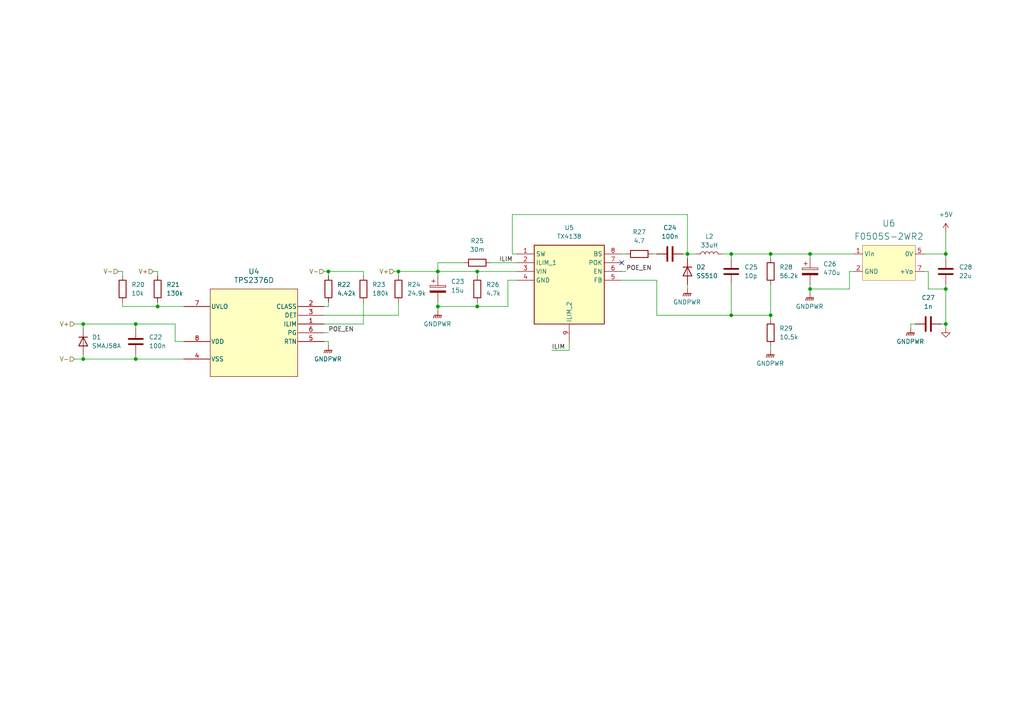
<source format=kicad_sch>
(kicad_sch
	(version 20250114)
	(generator "eeschema")
	(generator_version "9.0")
	(uuid "faf92e66-445c-4c8b-b187-9a041c4753d0")
	(paper "A4")
	(lib_symbols
		(symbol "Device:C"
			(pin_numbers
				(hide yes)
			)
			(pin_names
				(offset 0.254)
			)
			(exclude_from_sim no)
			(in_bom yes)
			(on_board yes)
			(property "Reference" "C"
				(at 0.635 2.54 0)
				(effects
					(font
						(size 1.27 1.27)
					)
					(justify left)
				)
			)
			(property "Value" "C"
				(at 0.635 -2.54 0)
				(effects
					(font
						(size 1.27 1.27)
					)
					(justify left)
				)
			)
			(property "Footprint" ""
				(at 0.9652 -3.81 0)
				(effects
					(font
						(size 1.27 1.27)
					)
					(hide yes)
				)
			)
			(property "Datasheet" "~"
				(at 0 0 0)
				(effects
					(font
						(size 1.27 1.27)
					)
					(hide yes)
				)
			)
			(property "Description" "Unpolarized capacitor"
				(at 0 0 0)
				(effects
					(font
						(size 1.27 1.27)
					)
					(hide yes)
				)
			)
			(property "ki_keywords" "cap capacitor"
				(at 0 0 0)
				(effects
					(font
						(size 1.27 1.27)
					)
					(hide yes)
				)
			)
			(property "ki_fp_filters" "C_*"
				(at 0 0 0)
				(effects
					(font
						(size 1.27 1.27)
					)
					(hide yes)
				)
			)
			(symbol "C_0_1"
				(polyline
					(pts
						(xy -2.032 0.762) (xy 2.032 0.762)
					)
					(stroke
						(width 0.508)
						(type default)
					)
					(fill
						(type none)
					)
				)
				(polyline
					(pts
						(xy -2.032 -0.762) (xy 2.032 -0.762)
					)
					(stroke
						(width 0.508)
						(type default)
					)
					(fill
						(type none)
					)
				)
			)
			(symbol "C_1_1"
				(pin passive line
					(at 0 3.81 270)
					(length 2.794)
					(name "~"
						(effects
							(font
								(size 1.27 1.27)
							)
						)
					)
					(number "1"
						(effects
							(font
								(size 1.27 1.27)
							)
						)
					)
				)
				(pin passive line
					(at 0 -3.81 90)
					(length 2.794)
					(name "~"
						(effects
							(font
								(size 1.27 1.27)
							)
						)
					)
					(number "2"
						(effects
							(font
								(size 1.27 1.27)
							)
						)
					)
				)
			)
			(embedded_fonts no)
		)
		(symbol "Device:C_Polarized"
			(pin_numbers
				(hide yes)
			)
			(pin_names
				(offset 0.254)
			)
			(exclude_from_sim no)
			(in_bom yes)
			(on_board yes)
			(property "Reference" "C"
				(at 0.635 2.54 0)
				(effects
					(font
						(size 1.27 1.27)
					)
					(justify left)
				)
			)
			(property "Value" "C_Polarized"
				(at 0.635 -2.54 0)
				(effects
					(font
						(size 1.27 1.27)
					)
					(justify left)
				)
			)
			(property "Footprint" ""
				(at 0.9652 -3.81 0)
				(effects
					(font
						(size 1.27 1.27)
					)
					(hide yes)
				)
			)
			(property "Datasheet" "~"
				(at 0 0 0)
				(effects
					(font
						(size 1.27 1.27)
					)
					(hide yes)
				)
			)
			(property "Description" "Polarized capacitor"
				(at 0 0 0)
				(effects
					(font
						(size 1.27 1.27)
					)
					(hide yes)
				)
			)
			(property "ki_keywords" "cap capacitor"
				(at 0 0 0)
				(effects
					(font
						(size 1.27 1.27)
					)
					(hide yes)
				)
			)
			(property "ki_fp_filters" "CP_*"
				(at 0 0 0)
				(effects
					(font
						(size 1.27 1.27)
					)
					(hide yes)
				)
			)
			(symbol "C_Polarized_0_1"
				(rectangle
					(start -2.286 0.508)
					(end 2.286 1.016)
					(stroke
						(width 0)
						(type default)
					)
					(fill
						(type none)
					)
				)
				(polyline
					(pts
						(xy -1.778 2.286) (xy -0.762 2.286)
					)
					(stroke
						(width 0)
						(type default)
					)
					(fill
						(type none)
					)
				)
				(polyline
					(pts
						(xy -1.27 2.794) (xy -1.27 1.778)
					)
					(stroke
						(width 0)
						(type default)
					)
					(fill
						(type none)
					)
				)
				(rectangle
					(start 2.286 -0.508)
					(end -2.286 -1.016)
					(stroke
						(width 0)
						(type default)
					)
					(fill
						(type outline)
					)
				)
			)
			(symbol "C_Polarized_1_1"
				(pin passive line
					(at 0 3.81 270)
					(length 2.794)
					(name "~"
						(effects
							(font
								(size 1.27 1.27)
							)
						)
					)
					(number "1"
						(effects
							(font
								(size 1.27 1.27)
							)
						)
					)
				)
				(pin passive line
					(at 0 -3.81 90)
					(length 2.794)
					(name "~"
						(effects
							(font
								(size 1.27 1.27)
							)
						)
					)
					(number "2"
						(effects
							(font
								(size 1.27 1.27)
							)
						)
					)
				)
			)
			(embedded_fonts no)
		)
		(symbol "Device:D"
			(pin_numbers
				(hide yes)
			)
			(pin_names
				(offset 1.016)
				(hide yes)
			)
			(exclude_from_sim no)
			(in_bom yes)
			(on_board yes)
			(property "Reference" "D"
				(at 0 2.54 0)
				(effects
					(font
						(size 1.27 1.27)
					)
				)
			)
			(property "Value" "D"
				(at 0 -2.54 0)
				(effects
					(font
						(size 1.27 1.27)
					)
				)
			)
			(property "Footprint" ""
				(at 0 0 0)
				(effects
					(font
						(size 1.27 1.27)
					)
					(hide yes)
				)
			)
			(property "Datasheet" "~"
				(at 0 0 0)
				(effects
					(font
						(size 1.27 1.27)
					)
					(hide yes)
				)
			)
			(property "Description" "Diode"
				(at 0 0 0)
				(effects
					(font
						(size 1.27 1.27)
					)
					(hide yes)
				)
			)
			(property "Sim.Device" "D"
				(at 0 0 0)
				(effects
					(font
						(size 1.27 1.27)
					)
					(hide yes)
				)
			)
			(property "Sim.Pins" "1=K 2=A"
				(at 0 0 0)
				(effects
					(font
						(size 1.27 1.27)
					)
					(hide yes)
				)
			)
			(property "ki_keywords" "diode"
				(at 0 0 0)
				(effects
					(font
						(size 1.27 1.27)
					)
					(hide yes)
				)
			)
			(property "ki_fp_filters" "TO-???* *_Diode_* *SingleDiode* D_*"
				(at 0 0 0)
				(effects
					(font
						(size 1.27 1.27)
					)
					(hide yes)
				)
			)
			(symbol "D_0_1"
				(polyline
					(pts
						(xy -1.27 1.27) (xy -1.27 -1.27)
					)
					(stroke
						(width 0.254)
						(type default)
					)
					(fill
						(type none)
					)
				)
				(polyline
					(pts
						(xy 1.27 1.27) (xy 1.27 -1.27) (xy -1.27 0) (xy 1.27 1.27)
					)
					(stroke
						(width 0.254)
						(type default)
					)
					(fill
						(type none)
					)
				)
				(polyline
					(pts
						(xy 1.27 0) (xy -1.27 0)
					)
					(stroke
						(width 0)
						(type default)
					)
					(fill
						(type none)
					)
				)
			)
			(symbol "D_1_1"
				(pin passive line
					(at -3.81 0 0)
					(length 2.54)
					(name "K"
						(effects
							(font
								(size 1.27 1.27)
							)
						)
					)
					(number "1"
						(effects
							(font
								(size 1.27 1.27)
							)
						)
					)
				)
				(pin passive line
					(at 3.81 0 180)
					(length 2.54)
					(name "A"
						(effects
							(font
								(size 1.27 1.27)
							)
						)
					)
					(number "2"
						(effects
							(font
								(size 1.27 1.27)
							)
						)
					)
				)
			)
			(embedded_fonts no)
		)
		(symbol "Device:L"
			(pin_numbers
				(hide yes)
			)
			(pin_names
				(offset 1.016)
				(hide yes)
			)
			(exclude_from_sim no)
			(in_bom yes)
			(on_board yes)
			(property "Reference" "L"
				(at -1.27 0 90)
				(effects
					(font
						(size 1.27 1.27)
					)
				)
			)
			(property "Value" "L"
				(at 1.905 0 90)
				(effects
					(font
						(size 1.27 1.27)
					)
				)
			)
			(property "Footprint" ""
				(at 0 0 0)
				(effects
					(font
						(size 1.27 1.27)
					)
					(hide yes)
				)
			)
			(property "Datasheet" "~"
				(at 0 0 0)
				(effects
					(font
						(size 1.27 1.27)
					)
					(hide yes)
				)
			)
			(property "Description" "Inductor"
				(at 0 0 0)
				(effects
					(font
						(size 1.27 1.27)
					)
					(hide yes)
				)
			)
			(property "ki_keywords" "inductor choke coil reactor magnetic"
				(at 0 0 0)
				(effects
					(font
						(size 1.27 1.27)
					)
					(hide yes)
				)
			)
			(property "ki_fp_filters" "Choke_* *Coil* Inductor_* L_*"
				(at 0 0 0)
				(effects
					(font
						(size 1.27 1.27)
					)
					(hide yes)
				)
			)
			(symbol "L_0_1"
				(arc
					(start 0 2.54)
					(mid 0.6323 1.905)
					(end 0 1.27)
					(stroke
						(width 0)
						(type default)
					)
					(fill
						(type none)
					)
				)
				(arc
					(start 0 1.27)
					(mid 0.6323 0.635)
					(end 0 0)
					(stroke
						(width 0)
						(type default)
					)
					(fill
						(type none)
					)
				)
				(arc
					(start 0 0)
					(mid 0.6323 -0.635)
					(end 0 -1.27)
					(stroke
						(width 0)
						(type default)
					)
					(fill
						(type none)
					)
				)
				(arc
					(start 0 -1.27)
					(mid 0.6323 -1.905)
					(end 0 -2.54)
					(stroke
						(width 0)
						(type default)
					)
					(fill
						(type none)
					)
				)
			)
			(symbol "L_1_1"
				(pin passive line
					(at 0 3.81 270)
					(length 1.27)
					(name "1"
						(effects
							(font
								(size 1.27 1.27)
							)
						)
					)
					(number "1"
						(effects
							(font
								(size 1.27 1.27)
							)
						)
					)
				)
				(pin passive line
					(at 0 -3.81 90)
					(length 1.27)
					(name "2"
						(effects
							(font
								(size 1.27 1.27)
							)
						)
					)
					(number "2"
						(effects
							(font
								(size 1.27 1.27)
							)
						)
					)
				)
			)
			(embedded_fonts no)
		)
		(symbol "Device:R"
			(pin_numbers
				(hide yes)
			)
			(pin_names
				(offset 0)
			)
			(exclude_from_sim no)
			(in_bom yes)
			(on_board yes)
			(property "Reference" "R"
				(at 2.032 0 90)
				(effects
					(font
						(size 1.27 1.27)
					)
				)
			)
			(property "Value" "R"
				(at 0 0 90)
				(effects
					(font
						(size 1.27 1.27)
					)
				)
			)
			(property "Footprint" ""
				(at -1.778 0 90)
				(effects
					(font
						(size 1.27 1.27)
					)
					(hide yes)
				)
			)
			(property "Datasheet" "~"
				(at 0 0 0)
				(effects
					(font
						(size 1.27 1.27)
					)
					(hide yes)
				)
			)
			(property "Description" "Resistor"
				(at 0 0 0)
				(effects
					(font
						(size 1.27 1.27)
					)
					(hide yes)
				)
			)
			(property "ki_keywords" "R res resistor"
				(at 0 0 0)
				(effects
					(font
						(size 1.27 1.27)
					)
					(hide yes)
				)
			)
			(property "ki_fp_filters" "R_*"
				(at 0 0 0)
				(effects
					(font
						(size 1.27 1.27)
					)
					(hide yes)
				)
			)
			(symbol "R_0_1"
				(rectangle
					(start -1.016 -2.54)
					(end 1.016 2.54)
					(stroke
						(width 0.254)
						(type default)
					)
					(fill
						(type none)
					)
				)
			)
			(symbol "R_1_1"
				(pin passive line
					(at 0 3.81 270)
					(length 1.27)
					(name "~"
						(effects
							(font
								(size 1.27 1.27)
							)
						)
					)
					(number "1"
						(effects
							(font
								(size 1.27 1.27)
							)
						)
					)
				)
				(pin passive line
					(at 0 -3.81 90)
					(length 1.27)
					(name "~"
						(effects
							(font
								(size 1.27 1.27)
							)
						)
					)
					(number "2"
						(effects
							(font
								(size 1.27 1.27)
							)
						)
					)
				)
			)
			(embedded_fonts no)
		)
		(symbol "Tutor_Common_Parts:F0505S-2WR2"
			(exclude_from_sim no)
			(in_bom yes)
			(on_board yes)
			(property "Reference" "U"
				(at -1.27 1.27 0)
				(effects
					(font
						(size 1.8288 1.8288)
					)
				)
			)
			(property "Value" "F0505S-2WR2"
				(at -1.27 -3.81 0)
				(effects
					(font
						(size 1.8288 1.8288)
					)
					(justify left bottom)
				)
			)
			(property "Footprint" "Tutor_Common_Parts:F0505S-2WR2"
				(at 0 0 0)
				(effects
					(font
						(size 1.27 1.27)
					)
					(hide yes)
				)
			)
			(property "Datasheet" "https://www.mornsun-power.com/html/pdf/F0505S-2WR2.html"
				(at 0 0 0)
				(effects
					(font
						(size 1.27 1.27)
					)
					(hide yes)
				)
			)
			(property "Description" ""
				(at 0 0 0)
				(effects
					(font
						(size 1.27 1.27)
					)
					(hide yes)
				)
			)
			(symbol "F0505S-2WR2_1_0"
				(rectangle
					(start 0 5.08)
					(end -15.24 -5.08)
					(stroke
						(width 0.0254)
						(type solid)
						(color 128 0 0 1)
					)
					(fill
						(type background)
					)
				)
				(pin passive line
					(at -17.78 2.54 0)
					(length 2.54)
					(name "Vin"
						(effects
							(font
								(size 1.27 1.27)
							)
						)
					)
					(number "1"
						(effects
							(font
								(size 1.27 1.27)
							)
						)
					)
				)
				(pin passive line
					(at -17.78 -2.54 0)
					(length 2.54)
					(name "GND"
						(effects
							(font
								(size 1.27 1.27)
							)
						)
					)
					(number "2"
						(effects
							(font
								(size 1.27 1.27)
							)
						)
					)
				)
				(pin passive line
					(at 2.54 2.54 180)
					(length 2.54)
					(name "0V"
						(effects
							(font
								(size 1.27 1.27)
							)
						)
					)
					(number "5"
						(effects
							(font
								(size 1.27 1.27)
							)
						)
					)
				)
				(pin passive line
					(at 2.54 -2.54 180)
					(length 2.54)
					(name "+Vo"
						(effects
							(font
								(size 1.27 1.27)
							)
						)
					)
					(number "7"
						(effects
							(font
								(size 1.27 1.27)
							)
						)
					)
				)
			)
			(embedded_fonts no)
		)
		(symbol "Tutor_Common_Parts:TPS2376D"
			(pin_names
				(offset 0.254)
			)
			(exclude_from_sim no)
			(in_bom yes)
			(on_board yes)
			(property "Reference" "U"
				(at 20.32 10.16 0)
				(effects
					(font
						(size 1.524 1.524)
					)
				)
			)
			(property "Value" "TPS2376D"
				(at 20.32 7.62 0)
				(effects
					(font
						(size 1.524 1.524)
					)
				)
			)
			(property "Footprint" "Package_SO:SOIC-8_3.9x4.9mm_P1.27mm"
				(at 0 0 0)
				(effects
					(font
						(size 1.27 1.27)
						(italic yes)
					)
					(hide yes)
				)
			)
			(property "Datasheet" "https://www.ti.com/lit/ds/symlink/tps2376.pdf?ts=1750104631869"
				(at 0 0 0)
				(effects
					(font
						(size 1.27 1.27)
						(italic yes)
					)
					(hide yes)
				)
			)
			(property "Description" ""
				(at 0 0 0)
				(effects
					(font
						(size 1.27 1.27)
					)
					(hide yes)
				)
			)
			(property "ki_keywords" "TPS2376D"
				(at 0 0 0)
				(effects
					(font
						(size 1.27 1.27)
					)
					(hide yes)
				)
			)
			(property "ki_fp_filters" "D8 D8-M D8-L"
				(at 0 0 0)
				(effects
					(font
						(size 1.27 1.27)
					)
					(hide yes)
				)
			)
			(symbol "TPS2376D_0_1"
				(pin input line
					(at 0 0 0)
					(length 7.62)
					(name "UVLO"
						(effects
							(font
								(size 1.27 1.27)
							)
						)
					)
					(number "7"
						(effects
							(font
								(size 1.27 1.27)
							)
						)
					)
				)
				(pin input line
					(at 0 -10.16 0)
					(length 7.62)
					(name "VDD"
						(effects
							(font
								(size 1.27 1.27)
							)
						)
					)
					(number "8"
						(effects
							(font
								(size 1.27 1.27)
							)
						)
					)
				)
				(pin input line
					(at 0 -15.24 0)
					(length 7.62)
					(name "VSS"
						(effects
							(font
								(size 1.27 1.27)
							)
						)
					)
					(number "4"
						(effects
							(font
								(size 1.27 1.27)
							)
						)
					)
				)
				(pin output line
					(at 40.64 0 180)
					(length 7.62)
					(name "CLASS"
						(effects
							(font
								(size 1.27 1.27)
							)
						)
					)
					(number "2"
						(effects
							(font
								(size 1.27 1.27)
							)
						)
					)
				)
				(pin output line
					(at 40.64 -2.54 180)
					(length 7.62)
					(name "DET"
						(effects
							(font
								(size 1.27 1.27)
							)
						)
					)
					(number "3"
						(effects
							(font
								(size 1.27 1.27)
							)
						)
					)
				)
				(pin output line
					(at 40.64 -5.08 180)
					(length 7.62)
					(name "ILIM"
						(effects
							(font
								(size 1.27 1.27)
							)
						)
					)
					(number "1"
						(effects
							(font
								(size 1.27 1.27)
							)
						)
					)
				)
				(pin output line
					(at 40.64 -7.62 180)
					(length 7.62)
					(name "PG"
						(effects
							(font
								(size 1.27 1.27)
							)
						)
					)
					(number "6"
						(effects
							(font
								(size 1.27 1.27)
							)
						)
					)
				)
				(pin output line
					(at 40.64 -10.16 180)
					(length 7.62)
					(name "RTN"
						(effects
							(font
								(size 1.27 1.27)
							)
						)
					)
					(number "5"
						(effects
							(font
								(size 1.27 1.27)
							)
						)
					)
				)
			)
			(symbol "TPS2376D_1_1"
				(rectangle
					(start 7.62 5.08)
					(end 33.02 -20.32)
					(stroke
						(width 0)
						(type solid)
					)
					(fill
						(type background)
					)
				)
			)
			(embedded_fonts no)
		)
		(symbol "Tutor_Common_Parts:TX4138"
			(exclude_from_sim no)
			(in_bom yes)
			(on_board yes)
			(property "Reference" "U"
				(at 26.67 7.62 0)
				(effects
					(font
						(size 1.27 1.27)
					)
					(justify left top)
				)
			)
			(property "Value" "TX4138"
				(at 26.67 5.08 0)
				(effects
					(font
						(size 1.27 1.27)
					)
					(justify left top)
				)
			)
			(property "Footprint" "Package_SO:SOIC-8_3.9x4.9mm_P1.27mm"
				(at 26.67 -94.92 0)
				(effects
					(font
						(size 1.27 1.27)
					)
					(justify left top)
					(hide yes)
				)
			)
			(property "Datasheet" "https://datasheet.lcsc.com/szlcsc/XDS-TX4138_C329267.pdf"
				(at 26.67 -194.92 0)
				(effects
					(font
						(size 1.27 1.27)
					)
					(justify left top)
					(hide yes)
				)
			)
			(property "Description" "DC-DC Converters Step-Down Adjustable 1 4.5V 60V 0.8V 40V 4A ESOIC-8 RoHS"
				(at 0 0 0)
				(effects
					(font
						(size 1.27 1.27)
					)
					(hide yes)
				)
			)
			(property "Height" "1.65"
				(at 26.67 -394.92 0)
				(effects
					(font
						(size 1.27 1.27)
					)
					(justify left top)
					(hide yes)
				)
			)
			(property "Manufacturer_Name" "XDS"
				(at 26.67 -494.92 0)
				(effects
					(font
						(size 1.27 1.27)
					)
					(justify left top)
					(hide yes)
				)
			)
			(property "Manufacturer_Part_Number" "TX4138"
				(at 26.67 -594.92 0)
				(effects
					(font
						(size 1.27 1.27)
					)
					(justify left top)
					(hide yes)
				)
			)
			(property "Mouser Part Number" ""
				(at 26.67 -694.92 0)
				(effects
					(font
						(size 1.27 1.27)
					)
					(justify left top)
					(hide yes)
				)
			)
			(property "Mouser Price/Stock" ""
				(at 26.67 -794.92 0)
				(effects
					(font
						(size 1.27 1.27)
					)
					(justify left top)
					(hide yes)
				)
			)
			(property "Arrow Part Number" ""
				(at 26.67 -894.92 0)
				(effects
					(font
						(size 1.27 1.27)
					)
					(justify left top)
					(hide yes)
				)
			)
			(property "Arrow Price/Stock" ""
				(at 26.67 -994.92 0)
				(effects
					(font
						(size 1.27 1.27)
					)
					(justify left top)
					(hide yes)
				)
			)
			(symbol "TX4138_1_1"
				(rectangle
					(start 5.08 2.54)
					(end 25.4 -20.32)
					(stroke
						(width 0.254)
						(type default)
					)
					(fill
						(type background)
					)
				)
				(pin passive line
					(at 0 0 0)
					(length 5.08)
					(name "SW"
						(effects
							(font
								(size 1.27 1.27)
							)
						)
					)
					(number "1"
						(effects
							(font
								(size 1.27 1.27)
							)
						)
					)
				)
				(pin passive line
					(at 0 -2.54 0)
					(length 5.08)
					(name "ILIM_1"
						(effects
							(font
								(size 1.27 1.27)
							)
						)
					)
					(number "2"
						(effects
							(font
								(size 1.27 1.27)
							)
						)
					)
				)
				(pin passive line
					(at 0 -5.08 0)
					(length 5.08)
					(name "VIN"
						(effects
							(font
								(size 1.27 1.27)
							)
						)
					)
					(number "3"
						(effects
							(font
								(size 1.27 1.27)
							)
						)
					)
				)
				(pin passive line
					(at 0 -7.62 0)
					(length 5.08)
					(name "GND"
						(effects
							(font
								(size 1.27 1.27)
							)
						)
					)
					(number "4"
						(effects
							(font
								(size 1.27 1.27)
							)
						)
					)
				)
				(pin passive line
					(at 15.24 -25.4 90)
					(length 5.08)
					(name "ILIM_2"
						(effects
							(font
								(size 1.27 1.27)
							)
						)
					)
					(number "9"
						(effects
							(font
								(size 1.27 1.27)
							)
						)
					)
				)
				(pin passive line
					(at 30.48 0 180)
					(length 5.08)
					(name "BS"
						(effects
							(font
								(size 1.27 1.27)
							)
						)
					)
					(number "8"
						(effects
							(font
								(size 1.27 1.27)
							)
						)
					)
				)
				(pin passive line
					(at 30.48 -2.54 180)
					(length 5.08)
					(name "POK"
						(effects
							(font
								(size 1.27 1.27)
							)
						)
					)
					(number "7"
						(effects
							(font
								(size 1.27 1.27)
							)
						)
					)
				)
				(pin passive line
					(at 30.48 -5.08 180)
					(length 5.08)
					(name "EN"
						(effects
							(font
								(size 1.27 1.27)
							)
						)
					)
					(number "6"
						(effects
							(font
								(size 1.27 1.27)
							)
						)
					)
				)
				(pin passive line
					(at 30.48 -7.62 180)
					(length 5.08)
					(name "FB"
						(effects
							(font
								(size 1.27 1.27)
							)
						)
					)
					(number "5"
						(effects
							(font
								(size 1.27 1.27)
							)
						)
					)
				)
			)
			(embedded_fonts no)
		)
		(symbol "power:+5V"
			(power)
			(pin_numbers
				(hide yes)
			)
			(pin_names
				(offset 0)
				(hide yes)
			)
			(exclude_from_sim no)
			(in_bom yes)
			(on_board yes)
			(property "Reference" "#PWR"
				(at 0 -3.81 0)
				(effects
					(font
						(size 1.27 1.27)
					)
					(hide yes)
				)
			)
			(property "Value" "+5V"
				(at 0 3.556 0)
				(effects
					(font
						(size 1.27 1.27)
					)
				)
			)
			(property "Footprint" ""
				(at 0 0 0)
				(effects
					(font
						(size 1.27 1.27)
					)
					(hide yes)
				)
			)
			(property "Datasheet" ""
				(at 0 0 0)
				(effects
					(font
						(size 1.27 1.27)
					)
					(hide yes)
				)
			)
			(property "Description" "Power symbol creates a global label with name \"+5V\""
				(at 0 0 0)
				(effects
					(font
						(size 1.27 1.27)
					)
					(hide yes)
				)
			)
			(property "ki_keywords" "global power"
				(at 0 0 0)
				(effects
					(font
						(size 1.27 1.27)
					)
					(hide yes)
				)
			)
			(symbol "+5V_0_1"
				(polyline
					(pts
						(xy -0.762 1.27) (xy 0 2.54)
					)
					(stroke
						(width 0)
						(type default)
					)
					(fill
						(type none)
					)
				)
				(polyline
					(pts
						(xy 0 2.54) (xy 0.762 1.27)
					)
					(stroke
						(width 0)
						(type default)
					)
					(fill
						(type none)
					)
				)
				(polyline
					(pts
						(xy 0 0) (xy 0 2.54)
					)
					(stroke
						(width 0)
						(type default)
					)
					(fill
						(type none)
					)
				)
			)
			(symbol "+5V_1_1"
				(pin power_in line
					(at 0 0 90)
					(length 0)
					(name "~"
						(effects
							(font
								(size 1.27 1.27)
							)
						)
					)
					(number "1"
						(effects
							(font
								(size 1.27 1.27)
							)
						)
					)
				)
			)
			(embedded_fonts no)
		)
		(symbol "power:GND"
			(power)
			(pin_numbers
				(hide yes)
			)
			(pin_names
				(offset 0)
				(hide yes)
			)
			(exclude_from_sim no)
			(in_bom yes)
			(on_board yes)
			(property "Reference" "#PWR"
				(at 0 -6.35 0)
				(effects
					(font
						(size 1.27 1.27)
					)
					(hide yes)
				)
			)
			(property "Value" "GND"
				(at 0 -3.81 0)
				(effects
					(font
						(size 1.27 1.27)
					)
				)
			)
			(property "Footprint" ""
				(at 0 0 0)
				(effects
					(font
						(size 1.27 1.27)
					)
					(hide yes)
				)
			)
			(property "Datasheet" ""
				(at 0 0 0)
				(effects
					(font
						(size 1.27 1.27)
					)
					(hide yes)
				)
			)
			(property "Description" "Power symbol creates a global label with name \"GND\" , ground"
				(at 0 0 0)
				(effects
					(font
						(size 1.27 1.27)
					)
					(hide yes)
				)
			)
			(property "ki_keywords" "global power"
				(at 0 0 0)
				(effects
					(font
						(size 1.27 1.27)
					)
					(hide yes)
				)
			)
			(symbol "GND_0_1"
				(polyline
					(pts
						(xy 0 0) (xy 0 -1.27) (xy 1.27 -1.27) (xy 0 -2.54) (xy -1.27 -1.27) (xy 0 -1.27)
					)
					(stroke
						(width 0)
						(type default)
					)
					(fill
						(type none)
					)
				)
			)
			(symbol "GND_1_1"
				(pin power_in line
					(at 0 0 270)
					(length 0)
					(name "~"
						(effects
							(font
								(size 1.27 1.27)
							)
						)
					)
					(number "1"
						(effects
							(font
								(size 1.27 1.27)
							)
						)
					)
				)
			)
			(embedded_fonts no)
		)
		(symbol "power:GNDPWR"
			(power)
			(pin_numbers
				(hide yes)
			)
			(pin_names
				(offset 0)
				(hide yes)
			)
			(exclude_from_sim no)
			(in_bom yes)
			(on_board yes)
			(property "Reference" "#PWR"
				(at 0 -5.08 0)
				(effects
					(font
						(size 1.27 1.27)
					)
					(hide yes)
				)
			)
			(property "Value" "GNDPWR"
				(at 0 -3.302 0)
				(effects
					(font
						(size 1.27 1.27)
					)
				)
			)
			(property "Footprint" ""
				(at 0 -1.27 0)
				(effects
					(font
						(size 1.27 1.27)
					)
					(hide yes)
				)
			)
			(property "Datasheet" ""
				(at 0 -1.27 0)
				(effects
					(font
						(size 1.27 1.27)
					)
					(hide yes)
				)
			)
			(property "Description" "Power symbol creates a global label with name \"GNDPWR\" , global ground"
				(at 0 0 0)
				(effects
					(font
						(size 1.27 1.27)
					)
					(hide yes)
				)
			)
			(property "ki_keywords" "global ground"
				(at 0 0 0)
				(effects
					(font
						(size 1.27 1.27)
					)
					(hide yes)
				)
			)
			(symbol "GNDPWR_0_1"
				(polyline
					(pts
						(xy -1.016 -1.27) (xy -1.27 -2.032) (xy -1.27 -2.032)
					)
					(stroke
						(width 0.2032)
						(type default)
					)
					(fill
						(type none)
					)
				)
				(polyline
					(pts
						(xy -0.508 -1.27) (xy -0.762 -2.032) (xy -0.762 -2.032)
					)
					(stroke
						(width 0.2032)
						(type default)
					)
					(fill
						(type none)
					)
				)
				(polyline
					(pts
						(xy 0 -1.27) (xy 0 0)
					)
					(stroke
						(width 0)
						(type default)
					)
					(fill
						(type none)
					)
				)
				(polyline
					(pts
						(xy 0 -1.27) (xy -0.254 -2.032) (xy -0.254 -2.032)
					)
					(stroke
						(width 0.2032)
						(type default)
					)
					(fill
						(type none)
					)
				)
				(polyline
					(pts
						(xy 0.508 -1.27) (xy 0.254 -2.032) (xy 0.254 -2.032)
					)
					(stroke
						(width 0.2032)
						(type default)
					)
					(fill
						(type none)
					)
				)
				(polyline
					(pts
						(xy 1.016 -1.27) (xy -1.016 -1.27) (xy -1.016 -1.27)
					)
					(stroke
						(width 0.2032)
						(type default)
					)
					(fill
						(type none)
					)
				)
				(polyline
					(pts
						(xy 1.016 -1.27) (xy 0.762 -2.032) (xy 0.762 -2.032) (xy 0.762 -2.032)
					)
					(stroke
						(width 0.2032)
						(type default)
					)
					(fill
						(type none)
					)
				)
			)
			(symbol "GNDPWR_1_1"
				(pin power_in line
					(at 0 0 270)
					(length 0)
					(name "~"
						(effects
							(font
								(size 1.27 1.27)
							)
						)
					)
					(number "1"
						(effects
							(font
								(size 1.27 1.27)
							)
						)
					)
				)
			)
			(embedded_fonts no)
		)
	)
	(junction
		(at 223.52 91.44)
		(diameter 0)
		(color 0 0 0 0)
		(uuid "3d03d322-3262-486d-aedc-da36663a7f5d")
	)
	(junction
		(at 127 78.74)
		(diameter 0)
		(color 0 0 0 0)
		(uuid "41dac06d-ddc6-47d9-8b0d-41b775819414")
	)
	(junction
		(at 39.37 104.14)
		(diameter 0)
		(color 0 0 0 0)
		(uuid "6eafae56-d4e2-4216-8cec-9cd0bd0ef1d2")
	)
	(junction
		(at 199.39 73.66)
		(diameter 0)
		(color 0 0 0 0)
		(uuid "72006c21-6c4b-489f-bab5-008e10d71146")
	)
	(junction
		(at 24.13 93.98)
		(diameter 0)
		(color 0 0 0 0)
		(uuid "9c526266-f0d8-48be-99bd-92aa2ad6094c")
	)
	(junction
		(at 45.72 88.9)
		(diameter 0)
		(color 0 0 0 0)
		(uuid "9c95a0db-41f8-444c-a13d-df8be3dca87f")
	)
	(junction
		(at 212.09 91.44)
		(diameter 0)
		(color 0 0 0 0)
		(uuid "9cbb53b2-cc4f-4496-81af-0b3bce729444")
	)
	(junction
		(at 234.95 73.66)
		(diameter 0)
		(color 0 0 0 0)
		(uuid "9f9857b9-faa9-487b-99b4-ace3ef050448")
	)
	(junction
		(at 115.57 78.74)
		(diameter 0)
		(color 0 0 0 0)
		(uuid "a499cd20-6304-44e3-8f8c-7dd6aa175e09")
	)
	(junction
		(at 95.25 78.74)
		(diameter 0)
		(color 0 0 0 0)
		(uuid "a53d5d20-5cb2-458b-8629-8f3ca658edc5")
	)
	(junction
		(at 24.13 104.14)
		(diameter 0)
		(color 0 0 0 0)
		(uuid "a8fae4e3-f630-4758-b2b6-3f08a34b3c36")
	)
	(junction
		(at 223.52 73.66)
		(diameter 0)
		(color 0 0 0 0)
		(uuid "a91796c8-d4de-4a55-9e21-af202c8cf850")
	)
	(junction
		(at 39.37 93.98)
		(diameter 0)
		(color 0 0 0 0)
		(uuid "a9d8b76d-1c24-4322-aa40-8249c5ff0c96")
	)
	(junction
		(at 127 88.9)
		(diameter 0)
		(color 0 0 0 0)
		(uuid "a9de70c3-b84d-4ffb-ad1c-6f31c4bbab7d")
	)
	(junction
		(at 274.32 83.82)
		(diameter 0)
		(color 0 0 0 0)
		(uuid "b1dfc039-7df9-4c1e-8276-9d93615168b7")
	)
	(junction
		(at 138.43 78.74)
		(diameter 0)
		(color 0 0 0 0)
		(uuid "bc4c65de-6107-4213-bc8a-cf86641bf37d")
	)
	(junction
		(at 138.43 88.9)
		(diameter 0)
		(color 0 0 0 0)
		(uuid "c7aa4c49-97c1-46a5-8149-06093d634196")
	)
	(junction
		(at 234.95 83.82)
		(diameter 0)
		(color 0 0 0 0)
		(uuid "d377e942-9f8a-4ff5-ac6e-efa9592383bf")
	)
	(junction
		(at 274.32 93.98)
		(diameter 0)
		(color 0 0 0 0)
		(uuid "f18bd6d1-e672-4b0e-b28b-d611b6b95d10")
	)
	(junction
		(at 212.09 73.66)
		(diameter 0)
		(color 0 0 0 0)
		(uuid "f292b30e-b722-4b65-b851-70decc18ba6e")
	)
	(junction
		(at 274.32 73.66)
		(diameter 0)
		(color 0 0 0 0)
		(uuid "f7da3d0a-ec1c-43c4-a106-a70ea0037a0b")
	)
	(no_connect
		(at 180.34 76.2)
		(uuid "520420c9-6b75-415f-9ebe-d80eb4821d97")
	)
	(wire
		(pts
			(xy 39.37 95.25) (xy 39.37 93.98)
		)
		(stroke
			(width 0)
			(type default)
		)
		(uuid "031cadb8-d14a-4f6c-9c6f-69364495a98e")
	)
	(wire
		(pts
			(xy 165.1 99.06) (xy 165.1 101.6)
		)
		(stroke
			(width 0)
			(type default)
		)
		(uuid "03356e49-7ac9-4bea-b4a2-91820d944e0f")
	)
	(wire
		(pts
			(xy 142.24 76.2) (xy 149.86 76.2)
		)
		(stroke
			(width 0)
			(type default)
		)
		(uuid "03510d42-07cb-4735-a191-ece87a629496")
	)
	(wire
		(pts
			(xy 93.98 78.74) (xy 95.25 78.74)
		)
		(stroke
			(width 0)
			(type default)
		)
		(uuid "08838720-6c1b-48b7-b9f6-8e75f6cba3db")
	)
	(wire
		(pts
			(xy 269.24 83.82) (xy 269.24 78.74)
		)
		(stroke
			(width 0)
			(type default)
		)
		(uuid "09cdee8d-f474-4b20-a8be-9dd2819d5309")
	)
	(wire
		(pts
			(xy 45.72 78.74) (xy 45.72 80.01)
		)
		(stroke
			(width 0)
			(type default)
		)
		(uuid "0d6d6622-fd4d-493c-b4b3-f549a84365cf")
	)
	(wire
		(pts
			(xy 180.34 81.28) (xy 190.5 81.28)
		)
		(stroke
			(width 0)
			(type default)
		)
		(uuid "0e052e4c-e0d9-471b-91cc-21327c80f629")
	)
	(wire
		(pts
			(xy 234.95 74.93) (xy 234.95 73.66)
		)
		(stroke
			(width 0)
			(type default)
		)
		(uuid "0e367024-1d80-4ec1-91e1-7bb93e95baca")
	)
	(wire
		(pts
			(xy 95.25 88.9) (xy 93.98 88.9)
		)
		(stroke
			(width 0)
			(type default)
		)
		(uuid "0f73590b-30ee-408b-81f5-14bd581abd59")
	)
	(wire
		(pts
			(xy 234.95 83.82) (xy 234.95 85.09)
		)
		(stroke
			(width 0)
			(type default)
		)
		(uuid "113a5f9c-0b7e-4f34-bd19-b07c8aed3995")
	)
	(wire
		(pts
			(xy 134.62 76.2) (xy 127 76.2)
		)
		(stroke
			(width 0)
			(type default)
		)
		(uuid "164b40fe-38e1-4138-a0e7-454fd8e906a8")
	)
	(wire
		(pts
			(xy 274.32 93.98) (xy 274.32 95.25)
		)
		(stroke
			(width 0)
			(type default)
		)
		(uuid "192a7117-c02b-4ec4-bed9-9140c330a3ae")
	)
	(wire
		(pts
			(xy 95.25 78.74) (xy 95.25 80.01)
		)
		(stroke
			(width 0)
			(type default)
		)
		(uuid "1b5e88af-79c4-49ba-8fd1-a43196dcc1d6")
	)
	(wire
		(pts
			(xy 149.86 73.66) (xy 148.59 73.66)
		)
		(stroke
			(width 0)
			(type default)
		)
		(uuid "1c413cf6-f92e-4790-9321-e0701acfdd29")
	)
	(wire
		(pts
			(xy 149.86 78.74) (xy 138.43 78.74)
		)
		(stroke
			(width 0)
			(type default)
		)
		(uuid "20456f03-64a7-4b0a-af02-09be44f6c207")
	)
	(wire
		(pts
			(xy 147.32 81.28) (xy 147.32 88.9)
		)
		(stroke
			(width 0)
			(type default)
		)
		(uuid "2085aa02-3a0c-4323-8e68-7a4695121e8c")
	)
	(wire
		(pts
			(xy 50.8 99.06) (xy 50.8 93.98)
		)
		(stroke
			(width 0)
			(type default)
		)
		(uuid "234ab4ab-c46f-4425-9fdb-67b78e4359f7")
	)
	(wire
		(pts
			(xy 269.24 78.74) (xy 267.97 78.74)
		)
		(stroke
			(width 0)
			(type default)
		)
		(uuid "238d029c-456b-452a-ae95-b7662c043b8f")
	)
	(wire
		(pts
			(xy 39.37 102.87) (xy 39.37 104.14)
		)
		(stroke
			(width 0)
			(type default)
		)
		(uuid "2c9abcc4-e5f9-4884-a5a1-c227fb0e91d7")
	)
	(wire
		(pts
			(xy 247.65 78.74) (xy 246.38 78.74)
		)
		(stroke
			(width 0)
			(type default)
		)
		(uuid "2df5c1a7-b26e-4096-aebc-9d96e887b730")
	)
	(wire
		(pts
			(xy 39.37 93.98) (xy 24.13 93.98)
		)
		(stroke
			(width 0)
			(type default)
		)
		(uuid "349c343d-5c52-4ec3-9621-9c54b6e5a1d9")
	)
	(wire
		(pts
			(xy 114.3 78.74) (xy 115.57 78.74)
		)
		(stroke
			(width 0)
			(type default)
		)
		(uuid "3527fcb4-c221-4f0d-b701-78491d1cb5fc")
	)
	(wire
		(pts
			(xy 95.25 99.06) (xy 93.98 99.06)
		)
		(stroke
			(width 0)
			(type default)
		)
		(uuid "37022611-8b7a-4cdf-b4da-f59a660869d7")
	)
	(wire
		(pts
			(xy 149.86 81.28) (xy 147.32 81.28)
		)
		(stroke
			(width 0)
			(type default)
		)
		(uuid "399f4199-2c8e-4ee2-aece-281739a611e1")
	)
	(wire
		(pts
			(xy 115.57 78.74) (xy 127 78.74)
		)
		(stroke
			(width 0)
			(type default)
		)
		(uuid "3fffd7b7-c530-4440-99f7-cb49e9d535b7")
	)
	(wire
		(pts
			(xy 95.25 78.74) (xy 105.41 78.74)
		)
		(stroke
			(width 0)
			(type default)
		)
		(uuid "4a95e439-f7b6-4d56-8b9a-6c1ebc262854")
	)
	(wire
		(pts
			(xy 212.09 91.44) (xy 223.52 91.44)
		)
		(stroke
			(width 0)
			(type default)
		)
		(uuid "4e16888c-b1cf-4f16-8175-aef508ca9420")
	)
	(wire
		(pts
			(xy 138.43 78.74) (xy 138.43 80.01)
		)
		(stroke
			(width 0)
			(type default)
		)
		(uuid "4f1a4a04-d2a4-433b-ac14-5b553ddcd56f")
	)
	(wire
		(pts
			(xy 189.23 73.66) (xy 190.5 73.66)
		)
		(stroke
			(width 0)
			(type default)
		)
		(uuid "4fec5988-0a98-44a7-8736-79eebf2cd9a7")
	)
	(wire
		(pts
			(xy 199.39 73.66) (xy 199.39 74.93)
		)
		(stroke
			(width 0)
			(type default)
		)
		(uuid "52c73a52-cc5f-41d0-a43d-6ae942cae913")
	)
	(wire
		(pts
			(xy 180.34 78.74) (xy 181.61 78.74)
		)
		(stroke
			(width 0)
			(type default)
		)
		(uuid "557ffeec-b5ed-4253-9551-06b9d25d841e")
	)
	(wire
		(pts
			(xy 39.37 104.14) (xy 53.34 104.14)
		)
		(stroke
			(width 0)
			(type default)
		)
		(uuid "568f659a-bb1c-473c-ad13-524600142bfa")
	)
	(wire
		(pts
			(xy 264.16 95.25) (xy 264.16 93.98)
		)
		(stroke
			(width 0)
			(type default)
		)
		(uuid "5bf03117-49d7-4c6f-9e92-4160b7239976")
	)
	(wire
		(pts
			(xy 138.43 87.63) (xy 138.43 88.9)
		)
		(stroke
			(width 0)
			(type default)
		)
		(uuid "5ee78109-c437-475b-be86-3024768c3827")
	)
	(wire
		(pts
			(xy 53.34 88.9) (xy 45.72 88.9)
		)
		(stroke
			(width 0)
			(type default)
		)
		(uuid "5f3e3e6f-1e62-42a9-a958-b706599fb237")
	)
	(wire
		(pts
			(xy 212.09 74.93) (xy 212.09 73.66)
		)
		(stroke
			(width 0)
			(type default)
		)
		(uuid "68e15f59-6ae1-41f4-803c-579d30df8e43")
	)
	(wire
		(pts
			(xy 21.59 104.14) (xy 24.13 104.14)
		)
		(stroke
			(width 0)
			(type default)
		)
		(uuid "6cbc8a2b-a974-47e6-b48b-410d85b61754")
	)
	(wire
		(pts
			(xy 199.39 82.55) (xy 199.39 83.82)
		)
		(stroke
			(width 0)
			(type default)
		)
		(uuid "6f65c6a3-4b12-42b2-9ec7-7ec84b3e4c6c")
	)
	(wire
		(pts
			(xy 115.57 78.74) (xy 115.57 80.01)
		)
		(stroke
			(width 0)
			(type default)
		)
		(uuid "7252a238-7b50-4dea-aee8-46617f449cc6")
	)
	(wire
		(pts
			(xy 127 78.74) (xy 127 80.01)
		)
		(stroke
			(width 0)
			(type default)
		)
		(uuid "72f73030-99db-4d2c-9c6c-64c27f2ca4ed")
	)
	(wire
		(pts
			(xy 39.37 104.14) (xy 24.13 104.14)
		)
		(stroke
			(width 0)
			(type default)
		)
		(uuid "77d54ab3-675a-4a1e-9685-cb72dc011d4c")
	)
	(wire
		(pts
			(xy 274.32 73.66) (xy 274.32 74.93)
		)
		(stroke
			(width 0)
			(type default)
		)
		(uuid "7dd3b9fe-8291-4665-9b61-538c0a6994f7")
	)
	(wire
		(pts
			(xy 267.97 73.66) (xy 274.32 73.66)
		)
		(stroke
			(width 0)
			(type default)
		)
		(uuid "853b3c16-5018-49a3-a5b9-4e55818b3ef9")
	)
	(wire
		(pts
			(xy 24.13 93.98) (xy 24.13 95.25)
		)
		(stroke
			(width 0)
			(type default)
		)
		(uuid "8a0431c4-c79d-46e1-980a-2e249e323651")
	)
	(wire
		(pts
			(xy 234.95 73.66) (xy 247.65 73.66)
		)
		(stroke
			(width 0)
			(type default)
		)
		(uuid "8b78daa1-eddf-4aec-8017-ebb0f51617e3")
	)
	(wire
		(pts
			(xy 44.45 78.74) (xy 45.72 78.74)
		)
		(stroke
			(width 0)
			(type default)
		)
		(uuid "8d211006-324b-4f80-8b65-9c87d647fd06")
	)
	(wire
		(pts
			(xy 180.34 73.66) (xy 181.61 73.66)
		)
		(stroke
			(width 0)
			(type default)
		)
		(uuid "8db965ec-6881-4f71-bdda-4dafdf422c0c")
	)
	(wire
		(pts
			(xy 93.98 96.52) (xy 95.25 96.52)
		)
		(stroke
			(width 0)
			(type default)
		)
		(uuid "90c57ff8-fa72-4813-b4d9-3b55788b603f")
	)
	(wire
		(pts
			(xy 105.41 93.98) (xy 93.98 93.98)
		)
		(stroke
			(width 0)
			(type default)
		)
		(uuid "9365659e-bed3-4c8b-bc39-c705462f0bb8")
	)
	(wire
		(pts
			(xy 127 87.63) (xy 127 88.9)
		)
		(stroke
			(width 0)
			(type default)
		)
		(uuid "94058191-6410-41f9-92bd-4ee2733bf529")
	)
	(wire
		(pts
			(xy 45.72 87.63) (xy 45.72 88.9)
		)
		(stroke
			(width 0)
			(type default)
		)
		(uuid "95285cec-b612-47ad-8b3a-4bfa8f1e3c60")
	)
	(wire
		(pts
			(xy 190.5 81.28) (xy 190.5 91.44)
		)
		(stroke
			(width 0)
			(type default)
		)
		(uuid "963d2f3d-f7fd-4cf0-bb57-4a8d02056194")
	)
	(wire
		(pts
			(xy 199.39 62.23) (xy 199.39 73.66)
		)
		(stroke
			(width 0)
			(type default)
		)
		(uuid "98c18bba-d3b2-44b8-abe3-9d9897b5e163")
	)
	(wire
		(pts
			(xy 53.34 99.06) (xy 50.8 99.06)
		)
		(stroke
			(width 0)
			(type default)
		)
		(uuid "99c9dfa8-6e95-4753-a416-c964eacf2dfe")
	)
	(wire
		(pts
			(xy 234.95 73.66) (xy 223.52 73.66)
		)
		(stroke
			(width 0)
			(type default)
		)
		(uuid "9a1d96c4-3303-441a-8042-e082180624db")
	)
	(wire
		(pts
			(xy 138.43 88.9) (xy 147.32 88.9)
		)
		(stroke
			(width 0)
			(type default)
		)
		(uuid "9bd29b5e-b9c3-48fe-8423-c7769ed759fa")
	)
	(wire
		(pts
			(xy 246.38 83.82) (xy 234.95 83.82)
		)
		(stroke
			(width 0)
			(type default)
		)
		(uuid "9c66dbdb-4e5f-4ab0-bc8b-d5e28fe4fa5b")
	)
	(wire
		(pts
			(xy 223.52 91.44) (xy 223.52 92.71)
		)
		(stroke
			(width 0)
			(type default)
		)
		(uuid "9ca091fc-1b13-479f-ae2e-9ab0eeda7bac")
	)
	(wire
		(pts
			(xy 223.52 100.33) (xy 223.52 101.6)
		)
		(stroke
			(width 0)
			(type default)
		)
		(uuid "9cdfe1b0-d30e-405c-a4b7-e1bda7afd26b")
	)
	(wire
		(pts
			(xy 264.16 93.98) (xy 265.43 93.98)
		)
		(stroke
			(width 0)
			(type default)
		)
		(uuid "9d43ff34-e025-4633-82ae-5089442a453c")
	)
	(wire
		(pts
			(xy 45.72 88.9) (xy 35.56 88.9)
		)
		(stroke
			(width 0)
			(type default)
		)
		(uuid "a112e2b3-af06-4148-abeb-56d706c877d3")
	)
	(wire
		(pts
			(xy 35.56 88.9) (xy 35.56 87.63)
		)
		(stroke
			(width 0)
			(type default)
		)
		(uuid "a21099ea-79e2-4b0b-9a98-221ef6d8e140")
	)
	(wire
		(pts
			(xy 138.43 78.74) (xy 127 78.74)
		)
		(stroke
			(width 0)
			(type default)
		)
		(uuid "a242cab9-307e-42a5-9058-8632627d0e4d")
	)
	(wire
		(pts
			(xy 127 90.17) (xy 127 88.9)
		)
		(stroke
			(width 0)
			(type default)
		)
		(uuid "a46c8985-c49e-4487-a31b-9d89b4f7f9d4")
	)
	(wire
		(pts
			(xy 223.52 73.66) (xy 212.09 73.66)
		)
		(stroke
			(width 0)
			(type default)
		)
		(uuid "aa5ad14d-f206-450f-81be-c754576bd786")
	)
	(wire
		(pts
			(xy 190.5 91.44) (xy 212.09 91.44)
		)
		(stroke
			(width 0)
			(type default)
		)
		(uuid "aab76d6b-3df7-4a33-9565-445f50473544")
	)
	(wire
		(pts
			(xy 212.09 73.66) (xy 209.55 73.66)
		)
		(stroke
			(width 0)
			(type default)
		)
		(uuid "ab9e3338-ca34-4f6d-bbf4-2912fb492049")
	)
	(wire
		(pts
			(xy 274.32 83.82) (xy 269.24 83.82)
		)
		(stroke
			(width 0)
			(type default)
		)
		(uuid "ac84ef6e-c7d3-4592-b2ed-b11f0094472e")
	)
	(wire
		(pts
			(xy 105.41 87.63) (xy 105.41 93.98)
		)
		(stroke
			(width 0)
			(type default)
		)
		(uuid "ae350c89-b72b-4d7b-94c4-39c52baf5f24")
	)
	(wire
		(pts
			(xy 127 76.2) (xy 127 78.74)
		)
		(stroke
			(width 0)
			(type default)
		)
		(uuid "b0f7606a-f789-4dec-a2c8-90ace4b5c38e")
	)
	(wire
		(pts
			(xy 21.59 93.98) (xy 24.13 93.98)
		)
		(stroke
			(width 0)
			(type default)
		)
		(uuid "b2e1b2be-119f-4b38-b169-b7910857fc9c")
	)
	(wire
		(pts
			(xy 35.56 80.01) (xy 35.56 78.74)
		)
		(stroke
			(width 0)
			(type default)
		)
		(uuid "b41be8cd-1ee2-4d27-bbf3-e38979b6e269")
	)
	(wire
		(pts
			(xy 223.52 74.93) (xy 223.52 73.66)
		)
		(stroke
			(width 0)
			(type default)
		)
		(uuid "b7b7b873-9062-4723-865f-89259e0a47ff")
	)
	(wire
		(pts
			(xy 95.25 87.63) (xy 95.25 88.9)
		)
		(stroke
			(width 0)
			(type default)
		)
		(uuid "c02ed4b9-e29e-4110-9f4c-4afb06ea56a4")
	)
	(wire
		(pts
			(xy 234.95 82.55) (xy 234.95 83.82)
		)
		(stroke
			(width 0)
			(type default)
		)
		(uuid "c5724a90-8cdb-44df-b2e8-7136eaacb4a3")
	)
	(wire
		(pts
			(xy 148.59 62.23) (xy 199.39 62.23)
		)
		(stroke
			(width 0)
			(type default)
		)
		(uuid "c5cf5abb-d041-4e26-8bd4-2edde284b0fa")
	)
	(wire
		(pts
			(xy 95.25 100.33) (xy 95.25 99.06)
		)
		(stroke
			(width 0)
			(type default)
		)
		(uuid "c6be85ad-a558-4a27-8d1a-364f8dff971c")
	)
	(wire
		(pts
			(xy 273.05 93.98) (xy 274.32 93.98)
		)
		(stroke
			(width 0)
			(type default)
		)
		(uuid "cf69393c-35dc-489b-bc9f-37a29f0c1da0")
	)
	(wire
		(pts
			(xy 274.32 82.55) (xy 274.32 83.82)
		)
		(stroke
			(width 0)
			(type default)
		)
		(uuid "cfdb0f61-a43e-4e00-a734-d917a8d1338f")
	)
	(wire
		(pts
			(xy 212.09 82.55) (xy 212.09 91.44)
		)
		(stroke
			(width 0)
			(type default)
		)
		(uuid "d38bed63-ef34-47d0-8c48-6ef57d6ebe8c")
	)
	(wire
		(pts
			(xy 127 88.9) (xy 138.43 88.9)
		)
		(stroke
			(width 0)
			(type default)
		)
		(uuid "d6258d19-fbfe-476d-bd65-9c00d105b061")
	)
	(wire
		(pts
			(xy 223.52 82.55) (xy 223.52 91.44)
		)
		(stroke
			(width 0)
			(type default)
		)
		(uuid "d742b99c-4fd8-42b9-a0bb-d26c5a66ddb8")
	)
	(wire
		(pts
			(xy 246.38 78.74) (xy 246.38 83.82)
		)
		(stroke
			(width 0)
			(type default)
		)
		(uuid "d7ff72dc-cf9a-4efc-913e-d76fba0d36c3")
	)
	(wire
		(pts
			(xy 165.1 101.6) (xy 160.02 101.6)
		)
		(stroke
			(width 0)
			(type default)
		)
		(uuid "dcfefd85-464d-458c-a9bf-49346ccd6259")
	)
	(wire
		(pts
			(xy 105.41 78.74) (xy 105.41 80.01)
		)
		(stroke
			(width 0)
			(type default)
		)
		(uuid "e091902a-781e-45e8-93cc-4973732e3302")
	)
	(wire
		(pts
			(xy 148.59 73.66) (xy 148.59 62.23)
		)
		(stroke
			(width 0)
			(type default)
		)
		(uuid "e8a52f10-cc1b-4228-a8cd-5c9d4b0cdc4a")
	)
	(wire
		(pts
			(xy 199.39 73.66) (xy 198.12 73.66)
		)
		(stroke
			(width 0)
			(type default)
		)
		(uuid "e97320b1-5504-45aa-81d1-f1b4063d66a8")
	)
	(wire
		(pts
			(xy 35.56 78.74) (xy 34.29 78.74)
		)
		(stroke
			(width 0)
			(type default)
		)
		(uuid "ea81a342-a2dd-4e65-8bd3-8e60371fec71")
	)
	(wire
		(pts
			(xy 93.98 91.44) (xy 115.57 91.44)
		)
		(stroke
			(width 0)
			(type default)
		)
		(uuid "f06d8d8b-e9de-450e-8b14-ff9c6e2f6daf")
	)
	(wire
		(pts
			(xy 24.13 104.14) (xy 24.13 102.87)
		)
		(stroke
			(width 0)
			(type default)
		)
		(uuid "f34b6224-5434-4ef9-8cfb-783d32819dc8")
	)
	(wire
		(pts
			(xy 274.32 93.98) (xy 274.32 83.82)
		)
		(stroke
			(width 0)
			(type default)
		)
		(uuid "f49889fe-7bdf-4729-a671-11c3b769faf4")
	)
	(wire
		(pts
			(xy 50.8 93.98) (xy 39.37 93.98)
		)
		(stroke
			(width 0)
			(type default)
		)
		(uuid "f69931cc-1604-449b-b2f0-4c1ba45bdff0")
	)
	(wire
		(pts
			(xy 115.57 87.63) (xy 115.57 91.44)
		)
		(stroke
			(width 0)
			(type default)
		)
		(uuid "f7282829-6c6a-46e5-a3b8-15a47552cf81")
	)
	(wire
		(pts
			(xy 199.39 73.66) (xy 201.93 73.66)
		)
		(stroke
			(width 0)
			(type default)
		)
		(uuid "f84cbc89-7a2e-4061-937d-fc8536018924")
	)
	(wire
		(pts
			(xy 274.32 67.31) (xy 274.32 73.66)
		)
		(stroke
			(width 0)
			(type default)
		)
		(uuid "ffc5a1fa-799e-4be4-9a91-0d872a8f1262")
	)
	(label "ILIM"
		(at 144.78 76.2 0)
		(effects
			(font
				(size 1.27 1.27)
			)
			(justify left bottom)
		)
		(uuid "11060649-50d4-46a3-bd29-f80ea48d7c80")
	)
	(label "POE_EN"
		(at 181.61 78.74 0)
		(effects
			(font
				(size 1.27 1.27)
			)
			(justify left bottom)
		)
		(uuid "585b5a09-cc3d-45c9-af70-3fcfdc4a49c4")
	)
	(label "ILIM"
		(at 160.02 101.6 0)
		(effects
			(font
				(size 1.27 1.27)
			)
			(justify left bottom)
		)
		(uuid "dec55f09-730c-4acc-af2d-72943b0a3429")
	)
	(label "POE_EN"
		(at 95.25 96.52 0)
		(effects
			(font
				(size 1.27 1.27)
			)
			(justify left bottom)
		)
		(uuid "e2e99485-4785-470d-b52e-cdabbdf74427")
	)
	(hierarchical_label "V+"
		(shape input)
		(at 44.45 78.74 180)
		(effects
			(font
				(size 1.27 1.27)
			)
			(justify right)
		)
		(uuid "16bd2754-02fd-428e-98a3-6240d597adaf")
	)
	(hierarchical_label "V+"
		(shape input)
		(at 21.59 93.98 180)
		(effects
			(font
				(size 1.27 1.27)
			)
			(justify right)
		)
		(uuid "47d0b2c2-a763-4185-b900-e6d5fd4d61c0")
	)
	(hierarchical_label "V-"
		(shape input)
		(at 34.29 78.74 180)
		(effects
			(font
				(size 1.27 1.27)
			)
			(justify right)
		)
		(uuid "61c88173-75ed-4eec-9adc-9d335f620fca")
	)
	(hierarchical_label "V+"
		(shape input)
		(at 114.3 78.74 180)
		(effects
			(font
				(size 1.27 1.27)
			)
			(justify right)
		)
		(uuid "9341bd84-007b-4f74-ab45-a7bf62ca42b6")
	)
	(hierarchical_label "V-"
		(shape input)
		(at 21.59 104.14 180)
		(effects
			(font
				(size 1.27 1.27)
			)
			(justify right)
		)
		(uuid "ea1d2659-ed0b-400f-b2e1-e097328be22c")
	)
	(hierarchical_label "V-"
		(shape input)
		(at 93.98 78.74 180)
		(effects
			(font
				(size 1.27 1.27)
			)
			(justify right)
		)
		(uuid "fdd8dbd2-3aa1-4a34-9839-f4aba2edd5b4")
	)
	(symbol
		(lib_id "power:GNDPWR")
		(at 234.95 85.09 0)
		(unit 1)
		(exclude_from_sim no)
		(in_bom yes)
		(on_board yes)
		(dnp no)
		(fields_autoplaced yes)
		(uuid "349d1db6-7cdc-4711-9d2a-b38dec240918")
		(property "Reference" "#PWR0115"
			(at 234.95 90.17 0)
			(effects
				(font
					(size 1.27 1.27)
				)
				(hide yes)
			)
		)
		(property "Value" "GNDPWR"
			(at 234.823 88.9 0)
			(effects
				(font
					(size 1.27 1.27)
				)
			)
		)
		(property "Footprint" ""
			(at 234.95 86.36 0)
			(effects
				(font
					(size 1.27 1.27)
				)
				(hide yes)
			)
		)
		(property "Datasheet" ""
			(at 234.95 86.36 0)
			(effects
				(font
					(size 1.27 1.27)
				)
				(hide yes)
			)
		)
		(property "Description" "Power symbol creates a global label with name \"GNDPWR\" , global ground"
			(at 234.95 85.09 0)
			(effects
				(font
					(size 1.27 1.27)
				)
				(hide yes)
			)
		)
		(pin "1"
			(uuid "e252730b-cd26-4926-883e-3684f6d9cb2e")
		)
		(instances
			(project "Fan_Eve_V1.0"
				(path "/3b2348ba-8b31-4b25-9d4d-64f66293ce1c/b546f243-98db-442f-ab23-e14401affc25"
					(reference "#PWR0115")
					(unit 1)
				)
			)
		)
	)
	(symbol
		(lib_id "Device:R")
		(at 223.52 96.52 180)
		(unit 1)
		(exclude_from_sim no)
		(in_bom yes)
		(on_board yes)
		(dnp no)
		(fields_autoplaced yes)
		(uuid "4bf387cf-ae51-4daa-b88b-c5b9068ec3ae")
		(property "Reference" "R29"
			(at 226.06 95.2499 0)
			(effects
				(font
					(size 1.27 1.27)
				)
				(justify right)
			)
		)
		(property "Value" "10.5k"
			(at 226.06 97.7899 0)
			(effects
				(font
					(size 1.27 1.27)
				)
				(justify right)
			)
		)
		(property "Footprint" "Resistor_SMD:R_0402_1005Metric"
			(at 225.298 96.52 90)
			(effects
				(font
					(size 1.27 1.27)
				)
				(hide yes)
			)
		)
		(property "Datasheet" "~"
			(at 223.52 96.52 0)
			(effects
				(font
					(size 1.27 1.27)
				)
				(hide yes)
			)
		)
		(property "Description" "Resistor"
			(at 223.52 96.52 0)
			(effects
				(font
					(size 1.27 1.27)
				)
				(hide yes)
			)
		)
		(pin "1"
			(uuid "6dc9e73b-d539-4a53-bb0f-f4af0cf76c85")
		)
		(pin "2"
			(uuid "8d02d825-b56b-4ce5-a882-1d7aa3438b75")
		)
		(instances
			(project "Fan_Eve_V1.0"
				(path "/3b2348ba-8b31-4b25-9d4d-64f66293ce1c/b546f243-98db-442f-ab23-e14401affc25"
					(reference "R29")
					(unit 1)
				)
			)
		)
	)
	(symbol
		(lib_id "Device:D")
		(at 24.13 99.06 270)
		(unit 1)
		(exclude_from_sim no)
		(in_bom yes)
		(on_board yes)
		(dnp no)
		(fields_autoplaced yes)
		(uuid "4e18ebe0-e23d-4924-879b-f23887c5e8e7")
		(property "Reference" "D1"
			(at 26.67 97.7899 90)
			(effects
				(font
					(size 1.27 1.27)
				)
				(justify left)
			)
		)
		(property "Value" "SMAJ58A"
			(at 26.67 100.3299 90)
			(effects
				(font
					(size 1.27 1.27)
				)
				(justify left)
			)
		)
		(property "Footprint" ""
			(at 24.13 99.06 0)
			(effects
				(font
					(size 1.27 1.27)
				)
				(hide yes)
			)
		)
		(property "Datasheet" "~"
			(at 24.13 99.06 0)
			(effects
				(font
					(size 1.27 1.27)
				)
				(hide yes)
			)
		)
		(property "Description" "Diode"
			(at 24.13 99.06 0)
			(effects
				(font
					(size 1.27 1.27)
				)
				(hide yes)
			)
		)
		(property "Sim.Device" "D"
			(at 24.13 99.06 0)
			(effects
				(font
					(size 1.27 1.27)
				)
				(hide yes)
			)
		)
		(property "Sim.Pins" "1=K 2=A"
			(at 24.13 99.06 0)
			(effects
				(font
					(size 1.27 1.27)
				)
				(hide yes)
			)
		)
		(pin "1"
			(uuid "58a9dc2c-873e-4cd8-8ded-2ace0f099162")
		)
		(pin "2"
			(uuid "301d38fc-662e-4e84-ab9a-7f40b68f6c12")
		)
		(instances
			(project ""
				(path "/3b2348ba-8b31-4b25-9d4d-64f66293ce1c/b546f243-98db-442f-ab23-e14401affc25"
					(reference "D1")
					(unit 1)
				)
			)
		)
	)
	(symbol
		(lib_id "Device:L")
		(at 205.74 73.66 90)
		(unit 1)
		(exclude_from_sim no)
		(in_bom yes)
		(on_board yes)
		(dnp no)
		(fields_autoplaced yes)
		(uuid "56ddbf14-def8-49a9-b827-1e2eda781037")
		(property "Reference" "L2"
			(at 205.74 68.58 90)
			(effects
				(font
					(size 1.27 1.27)
				)
			)
		)
		(property "Value" "33uH"
			(at 205.74 71.12 90)
			(effects
				(font
					(size 1.27 1.27)
				)
			)
		)
		(property "Footprint" ""
			(at 205.74 73.66 0)
			(effects
				(font
					(size 1.27 1.27)
				)
				(hide yes)
			)
		)
		(property "Datasheet" "~"
			(at 205.74 73.66 0)
			(effects
				(font
					(size 1.27 1.27)
				)
				(hide yes)
			)
		)
		(property "Description" "Inductor"
			(at 205.74 73.66 0)
			(effects
				(font
					(size 1.27 1.27)
				)
				(hide yes)
			)
		)
		(pin "1"
			(uuid "0c3367c8-3803-4a3c-ae4c-f509a92f9d77")
		)
		(pin "2"
			(uuid "bf582cae-39c7-44c1-80df-24f8cab4df57")
		)
		(instances
			(project "Fan_Eve_V1.0"
				(path "/3b2348ba-8b31-4b25-9d4d-64f66293ce1c/b546f243-98db-442f-ab23-e14401affc25"
					(reference "L2")
					(unit 1)
				)
			)
		)
	)
	(symbol
		(lib_id "Device:C_Polarized")
		(at 127 83.82 0)
		(unit 1)
		(exclude_from_sim no)
		(in_bom yes)
		(on_board yes)
		(dnp no)
		(fields_autoplaced yes)
		(uuid "58bf2220-834b-4aed-9dee-1aef902fc4a6")
		(property "Reference" "C23"
			(at 130.81 81.6609 0)
			(effects
				(font
					(size 1.27 1.27)
				)
				(justify left)
			)
		)
		(property "Value" "15u"
			(at 130.81 84.2009 0)
			(effects
				(font
					(size 1.27 1.27)
				)
				(justify left)
			)
		)
		(property "Footprint" "Capacitor_SMD:CP_Elec_10x10.5"
			(at 127.9652 87.63 0)
			(effects
				(font
					(size 1.27 1.27)
				)
				(hide yes)
			)
		)
		(property "Datasheet" "~"
			(at 127 83.82 0)
			(effects
				(font
					(size 1.27 1.27)
				)
				(hide yes)
			)
		)
		(property "Description" "Polarized capacitor"
			(at 127 83.82 0)
			(effects
				(font
					(size 1.27 1.27)
				)
				(hide yes)
			)
		)
		(pin "2"
			(uuid "75567f6d-07df-4d9e-a081-766afffed994")
		)
		(pin "1"
			(uuid "e4319cc1-0aa2-4253-873b-fcfa79e7b0d0")
		)
		(instances
			(project "Fan_Eve_V1.0"
				(path "/3b2348ba-8b31-4b25-9d4d-64f66293ce1c/b546f243-98db-442f-ab23-e14401affc25"
					(reference "C23")
					(unit 1)
				)
			)
		)
	)
	(symbol
		(lib_id "Tutor_Common_Parts:TX4138")
		(at 149.86 73.66 0)
		(unit 1)
		(exclude_from_sim no)
		(in_bom yes)
		(on_board yes)
		(dnp no)
		(fields_autoplaced yes)
		(uuid "5ea6f030-bc37-4305-bb55-ea4d86540473")
		(property "Reference" "U5"
			(at 165.1 66.04 0)
			(effects
				(font
					(size 1.27 1.27)
				)
			)
		)
		(property "Value" "TX4138"
			(at 165.1 68.58 0)
			(effects
				(font
					(size 1.27 1.27)
				)
			)
		)
		(property "Footprint" "Package_SO:SOIC-8_3.9x4.9mm_P1.27mm"
			(at 176.53 168.58 0)
			(effects
				(font
					(size 1.27 1.27)
				)
				(justify left top)
				(hide yes)
			)
		)
		(property "Datasheet" "https://datasheet.lcsc.com/szlcsc/XDS-TX4138_C329267.pdf"
			(at 176.53 268.58 0)
			(effects
				(font
					(size 1.27 1.27)
				)
				(justify left top)
				(hide yes)
			)
		)
		(property "Description" "DC-DC Converters Step-Down Adjustable 1 4.5V 60V 0.8V 40V 4A ESOIC-8 RoHS"
			(at 149.86 73.66 0)
			(effects
				(font
					(size 1.27 1.27)
				)
				(hide yes)
			)
		)
		(property "Height" "1.65"
			(at 176.53 468.58 0)
			(effects
				(font
					(size 1.27 1.27)
				)
				(justify left top)
				(hide yes)
			)
		)
		(property "Manufacturer_Name" "XDS"
			(at 176.53 568.58 0)
			(effects
				(font
					(size 1.27 1.27)
				)
				(justify left top)
				(hide yes)
			)
		)
		(property "Manufacturer_Part_Number" "TX4138"
			(at 176.53 668.58 0)
			(effects
				(font
					(size 1.27 1.27)
				)
				(justify left top)
				(hide yes)
			)
		)
		(property "Mouser Part Number" ""
			(at 176.53 768.58 0)
			(effects
				(font
					(size 1.27 1.27)
				)
				(justify left top)
				(hide yes)
			)
		)
		(property "Mouser Price/Stock" ""
			(at 176.53 868.58 0)
			(effects
				(font
					(size 1.27 1.27)
				)
				(justify left top)
				(hide yes)
			)
		)
		(property "Arrow Part Number" ""
			(at 176.53 968.58 0)
			(effects
				(font
					(size 1.27 1.27)
				)
				(justify left top)
				(hide yes)
			)
		)
		(property "Arrow Price/Stock" ""
			(at 176.53 1068.58 0)
			(effects
				(font
					(size 1.27 1.27)
				)
				(justify left top)
				(hide yes)
			)
		)
		(pin "6"
			(uuid "f0d33d6d-c906-48ae-bc2c-55f79485a622")
		)
		(pin "2"
			(uuid "52100d60-38bf-42fe-b691-60b4cbd3f568")
		)
		(pin "4"
			(uuid "1d1e4775-1e2e-4e70-b1fb-c24e7363ca9b")
		)
		(pin "3"
			(uuid "e56eb37c-3f16-4c50-984b-c044f71ad335")
		)
		(pin "8"
			(uuid "0218cd38-d296-4cf6-99fe-b55d1052a9cb")
		)
		(pin "7"
			(uuid "355dbd97-56a6-4fb7-a5d0-5b298fa3deb1")
		)
		(pin "1"
			(uuid "74f6a114-a82c-4ab6-ba39-d6cf7a0dfac3")
		)
		(pin "9"
			(uuid "bdae445e-4301-44f6-8792-b09c8459b6ea")
		)
		(pin "5"
			(uuid "512c91eb-59f9-4695-876b-c2c31fa4e241")
		)
		(instances
			(project "Fan_Eve_V1.0"
				(path "/3b2348ba-8b31-4b25-9d4d-64f66293ce1c/b546f243-98db-442f-ab23-e14401affc25"
					(reference "U5")
					(unit 1)
				)
			)
		)
	)
	(symbol
		(lib_id "Device:C")
		(at 274.32 78.74 180)
		(unit 1)
		(exclude_from_sim no)
		(in_bom yes)
		(on_board yes)
		(dnp no)
		(fields_autoplaced yes)
		(uuid "6c79c33b-32e6-4441-9827-1e248dada048")
		(property "Reference" "C28"
			(at 278.13 77.4699 0)
			(effects
				(font
					(size 1.27 1.27)
				)
				(justify right)
			)
		)
		(property "Value" "22u"
			(at 278.13 80.0099 0)
			(effects
				(font
					(size 1.27 1.27)
				)
				(justify right)
			)
		)
		(property "Footprint" "Capacitor_SMD:C_0603_1608Metric"
			(at 273.3548 74.93 0)
			(effects
				(font
					(size 1.27 1.27)
				)
				(hide yes)
			)
		)
		(property "Datasheet" "~"
			(at 274.32 78.74 0)
			(effects
				(font
					(size 1.27 1.27)
				)
				(hide yes)
			)
		)
		(property "Description" "Unpolarized capacitor"
			(at 274.32 78.74 0)
			(effects
				(font
					(size 1.27 1.27)
				)
				(hide yes)
			)
		)
		(pin "1"
			(uuid "996e7a89-edd9-4524-b0ef-3571ded0f716")
		)
		(pin "2"
			(uuid "e238eec5-b440-4561-baa4-57396c20b3e6")
		)
		(instances
			(project "Fan_Eve_V1.0"
				(path "/3b2348ba-8b31-4b25-9d4d-64f66293ce1c/b546f243-98db-442f-ab23-e14401affc25"
					(reference "C28")
					(unit 1)
				)
			)
		)
	)
	(symbol
		(lib_id "Device:C")
		(at 212.09 78.74 180)
		(unit 1)
		(exclude_from_sim no)
		(in_bom yes)
		(on_board yes)
		(dnp no)
		(fields_autoplaced yes)
		(uuid "6f766602-30be-427f-970d-7d84f6180e97")
		(property "Reference" "C25"
			(at 215.9 77.4699 0)
			(effects
				(font
					(size 1.27 1.27)
				)
				(justify right)
			)
		)
		(property "Value" "10p"
			(at 215.9 80.0099 0)
			(effects
				(font
					(size 1.27 1.27)
				)
				(justify right)
			)
		)
		(property "Footprint" "Capacitor_SMD:C_0402_1005Metric"
			(at 211.1248 74.93 0)
			(effects
				(font
					(size 1.27 1.27)
				)
				(hide yes)
			)
		)
		(property "Datasheet" "~"
			(at 212.09 78.74 0)
			(effects
				(font
					(size 1.27 1.27)
				)
				(hide yes)
			)
		)
		(property "Description" "Unpolarized capacitor"
			(at 212.09 78.74 0)
			(effects
				(font
					(size 1.27 1.27)
				)
				(hide yes)
			)
		)
		(pin "1"
			(uuid "aedcf016-fc5f-44b9-a7c5-71b8ca5a8d50")
		)
		(pin "2"
			(uuid "57bebb2e-54e2-4636-9fa8-ce7dcef73f55")
		)
		(instances
			(project "Fan_Eve_V1.0"
				(path "/3b2348ba-8b31-4b25-9d4d-64f66293ce1c/b546f243-98db-442f-ab23-e14401affc25"
					(reference "C25")
					(unit 1)
				)
			)
		)
	)
	(symbol
		(lib_id "Device:R")
		(at 223.52 78.74 180)
		(unit 1)
		(exclude_from_sim no)
		(in_bom yes)
		(on_board yes)
		(dnp no)
		(fields_autoplaced yes)
		(uuid "7a1964fe-54ca-45fa-82fc-5941a7e4e9ef")
		(property "Reference" "R28"
			(at 226.06 77.4699 0)
			(effects
				(font
					(size 1.27 1.27)
				)
				(justify right)
			)
		)
		(property "Value" "56.2k"
			(at 226.06 80.0099 0)
			(effects
				(font
					(size 1.27 1.27)
				)
				(justify right)
			)
		)
		(property "Footprint" "Resistor_SMD:R_0402_1005Metric"
			(at 225.298 78.74 90)
			(effects
				(font
					(size 1.27 1.27)
				)
				(hide yes)
			)
		)
		(property "Datasheet" "~"
			(at 223.52 78.74 0)
			(effects
				(font
					(size 1.27 1.27)
				)
				(hide yes)
			)
		)
		(property "Description" "Resistor"
			(at 223.52 78.74 0)
			(effects
				(font
					(size 1.27 1.27)
				)
				(hide yes)
			)
		)
		(pin "1"
			(uuid "5130e1d3-1038-40ca-9a7e-a70f979cd9c2")
		)
		(pin "2"
			(uuid "b17e9990-06a6-43f3-be49-354f2cd0aef8")
		)
		(instances
			(project "Fan_Eve_V1.0"
				(path "/3b2348ba-8b31-4b25-9d4d-64f66293ce1c/b546f243-98db-442f-ab23-e14401affc25"
					(reference "R28")
					(unit 1)
				)
			)
		)
	)
	(symbol
		(lib_id "power:+5V")
		(at 274.32 67.31 0)
		(unit 1)
		(exclude_from_sim no)
		(in_bom yes)
		(on_board yes)
		(dnp no)
		(fields_autoplaced yes)
		(uuid "81b0015a-5f86-4c8f-8bb3-9fd8770dc43f")
		(property "Reference" "#PWR0116"
			(at 274.32 71.12 0)
			(effects
				(font
					(size 1.27 1.27)
				)
				(hide yes)
			)
		)
		(property "Value" "+5V"
			(at 274.32 62.23 0)
			(effects
				(font
					(size 1.27 1.27)
				)
			)
		)
		(property "Footprint" ""
			(at 274.32 67.31 0)
			(effects
				(font
					(size 1.27 1.27)
				)
				(hide yes)
			)
		)
		(property "Datasheet" ""
			(at 274.32 67.31 0)
			(effects
				(font
					(size 1.27 1.27)
				)
				(hide yes)
			)
		)
		(property "Description" "Power symbol creates a global label with name \"+5V\""
			(at 274.32 67.31 0)
			(effects
				(font
					(size 1.27 1.27)
				)
				(hide yes)
			)
		)
		(pin "1"
			(uuid "f3694dd8-101c-4ab2-ad11-6a41a9fcafa9")
		)
		(instances
			(project "Fan_Eve_V1.0"
				(path "/3b2348ba-8b31-4b25-9d4d-64f66293ce1c/b546f243-98db-442f-ab23-e14401affc25"
					(reference "#PWR0116")
					(unit 1)
				)
			)
		)
	)
	(symbol
		(lib_id "power:GNDPWR")
		(at 95.25 100.33 0)
		(unit 1)
		(exclude_from_sim no)
		(in_bom yes)
		(on_board yes)
		(dnp no)
		(fields_autoplaced yes)
		(uuid "84ab1794-05a1-4d91-983f-f65a6574c4a3")
		(property "Reference" "#PWR017"
			(at 95.25 105.41 0)
			(effects
				(font
					(size 1.27 1.27)
				)
				(hide yes)
			)
		)
		(property "Value" "GNDPWR"
			(at 95.123 104.14 0)
			(effects
				(font
					(size 1.27 1.27)
				)
			)
		)
		(property "Footprint" ""
			(at 95.25 101.6 0)
			(effects
				(font
					(size 1.27 1.27)
				)
				(hide yes)
			)
		)
		(property "Datasheet" ""
			(at 95.25 101.6 0)
			(effects
				(font
					(size 1.27 1.27)
				)
				(hide yes)
			)
		)
		(property "Description" "Power symbol creates a global label with name \"GNDPWR\" , global ground"
			(at 95.25 100.33 0)
			(effects
				(font
					(size 1.27 1.27)
				)
				(hide yes)
			)
		)
		(pin "1"
			(uuid "facc1246-c3e1-4810-9931-d08e80e3c856")
		)
		(instances
			(project ""
				(path "/3b2348ba-8b31-4b25-9d4d-64f66293ce1c/b546f243-98db-442f-ab23-e14401affc25"
					(reference "#PWR017")
					(unit 1)
				)
			)
		)
	)
	(symbol
		(lib_id "Device:C_Polarized")
		(at 234.95 78.74 0)
		(unit 1)
		(exclude_from_sim no)
		(in_bom yes)
		(on_board yes)
		(dnp no)
		(fields_autoplaced yes)
		(uuid "893f340b-3da8-477e-a03b-cd2744ba93a8")
		(property "Reference" "C26"
			(at 238.76 76.5809 0)
			(effects
				(font
					(size 1.27 1.27)
				)
				(justify left)
			)
		)
		(property "Value" "470u"
			(at 238.76 79.1209 0)
			(effects
				(font
					(size 1.27 1.27)
				)
				(justify left)
			)
		)
		(property "Footprint" "Capacitor_SMD:CP_Elec_8x10"
			(at 235.9152 82.55 0)
			(effects
				(font
					(size 1.27 1.27)
				)
				(hide yes)
			)
		)
		(property "Datasheet" "~"
			(at 234.95 78.74 0)
			(effects
				(font
					(size 1.27 1.27)
				)
				(hide yes)
			)
		)
		(property "Description" "Polarized capacitor"
			(at 234.95 78.74 0)
			(effects
				(font
					(size 1.27 1.27)
				)
				(hide yes)
			)
		)
		(pin "2"
			(uuid "9cb38016-2391-4a38-a174-5e98a95a7dde")
		)
		(pin "1"
			(uuid "cf06ebda-bb57-4f39-9ca1-79933b63bbe1")
		)
		(instances
			(project "Fan_Eve_V1.0"
				(path "/3b2348ba-8b31-4b25-9d4d-64f66293ce1c/b546f243-98db-442f-ab23-e14401affc25"
					(reference "C26")
					(unit 1)
				)
			)
		)
	)
	(symbol
		(lib_id "Device:C")
		(at 39.37 99.06 0)
		(unit 1)
		(exclude_from_sim no)
		(in_bom yes)
		(on_board yes)
		(dnp no)
		(fields_autoplaced yes)
		(uuid "909d7a66-88c0-4067-8dd1-fc15312ab756")
		(property "Reference" "C22"
			(at 43.18 97.7899 0)
			(effects
				(font
					(size 1.27 1.27)
				)
				(justify left)
			)
		)
		(property "Value" "100n"
			(at 43.18 100.3299 0)
			(effects
				(font
					(size 1.27 1.27)
				)
				(justify left)
			)
		)
		(property "Footprint" "Capacitor_SMD:C_0402_1005Metric"
			(at 40.3352 102.87 0)
			(effects
				(font
					(size 1.27 1.27)
				)
				(hide yes)
			)
		)
		(property "Datasheet" "~"
			(at 39.37 99.06 0)
			(effects
				(font
					(size 1.27 1.27)
				)
				(hide yes)
			)
		)
		(property "Description" "Unpolarized capacitor"
			(at 39.37 99.06 0)
			(effects
				(font
					(size 1.27 1.27)
				)
				(hide yes)
			)
		)
		(pin "1"
			(uuid "1259ff2b-c44a-471b-8269-fe03a1d3f63b")
		)
		(pin "2"
			(uuid "f2391c30-e9b3-486d-8f43-7d544ebef905")
		)
		(instances
			(project ""
				(path "/3b2348ba-8b31-4b25-9d4d-64f66293ce1c/b546f243-98db-442f-ab23-e14401affc25"
					(reference "C22")
					(unit 1)
				)
			)
		)
	)
	(symbol
		(lib_id "Device:D")
		(at 199.39 78.74 270)
		(unit 1)
		(exclude_from_sim no)
		(in_bom yes)
		(on_board yes)
		(dnp no)
		(fields_autoplaced yes)
		(uuid "90f323c7-36c5-4656-8068-6c4cf99ddb24")
		(property "Reference" "D2"
			(at 201.93 77.4699 90)
			(effects
				(font
					(size 1.27 1.27)
				)
				(justify left)
			)
		)
		(property "Value" "SS510"
			(at 201.93 80.0099 90)
			(effects
				(font
					(size 1.27 1.27)
				)
				(justify left)
			)
		)
		(property "Footprint" "Diode_SMD:D_SMA"
			(at 199.39 78.74 0)
			(effects
				(font
					(size 1.27 1.27)
				)
				(hide yes)
			)
		)
		(property "Datasheet" "~"
			(at 199.39 78.74 0)
			(effects
				(font
					(size 1.27 1.27)
				)
				(hide yes)
			)
		)
		(property "Description" "Diode"
			(at 199.39 78.74 0)
			(effects
				(font
					(size 1.27 1.27)
				)
				(hide yes)
			)
		)
		(property "Sim.Device" "D"
			(at 199.39 78.74 0)
			(effects
				(font
					(size 1.27 1.27)
				)
				(hide yes)
			)
		)
		(property "Sim.Pins" "1=K 2=A"
			(at 199.39 78.74 0)
			(effects
				(font
					(size 1.27 1.27)
				)
				(hide yes)
			)
		)
		(pin "2"
			(uuid "6ee2f4d6-60fa-4943-83dd-71ed75d6ff07")
		)
		(pin "1"
			(uuid "6a8e7965-4ce9-4c05-a611-169a34abde43")
		)
		(instances
			(project "Fan_Eve_V1.0"
				(path "/3b2348ba-8b31-4b25-9d4d-64f66293ce1c/b546f243-98db-442f-ab23-e14401affc25"
					(reference "D2")
					(unit 1)
				)
			)
		)
	)
	(symbol
		(lib_id "Device:R")
		(at 45.72 83.82 0)
		(unit 1)
		(exclude_from_sim no)
		(in_bom yes)
		(on_board yes)
		(dnp no)
		(fields_autoplaced yes)
		(uuid "94e0ec77-705f-4622-bf8e-5efae5807e79")
		(property "Reference" "R21"
			(at 48.26 82.5499 0)
			(effects
				(font
					(size 1.27 1.27)
				)
				(justify left)
			)
		)
		(property "Value" "130k"
			(at 48.26 85.0899 0)
			(effects
				(font
					(size 1.27 1.27)
				)
				(justify left)
			)
		)
		(property "Footprint" "Resistor_SMD:R_0402_1005Metric"
			(at 43.942 83.82 90)
			(effects
				(font
					(size 1.27 1.27)
				)
				(hide yes)
			)
		)
		(property "Datasheet" "~"
			(at 45.72 83.82 0)
			(effects
				(font
					(size 1.27 1.27)
				)
				(hide yes)
			)
		)
		(property "Description" "Resistor"
			(at 45.72 83.82 0)
			(effects
				(font
					(size 1.27 1.27)
				)
				(hide yes)
			)
		)
		(pin "1"
			(uuid "228684e0-5f44-4b88-8bb5-180eca37aed9")
		)
		(pin "2"
			(uuid "7b0f70f7-81ce-479f-a311-7b4dd275679e")
		)
		(instances
			(project "Fan_Eve_V1.0"
				(path "/3b2348ba-8b31-4b25-9d4d-64f66293ce1c/b546f243-98db-442f-ab23-e14401affc25"
					(reference "R21")
					(unit 1)
				)
			)
		)
	)
	(symbol
		(lib_id "Device:C")
		(at 194.31 73.66 90)
		(unit 1)
		(exclude_from_sim no)
		(in_bom yes)
		(on_board yes)
		(dnp no)
		(fields_autoplaced yes)
		(uuid "95cec182-fefe-4b8f-a5c1-16d069494a04")
		(property "Reference" "C24"
			(at 194.31 66.04 90)
			(effects
				(font
					(size 1.27 1.27)
				)
			)
		)
		(property "Value" "100n"
			(at 194.31 68.58 90)
			(effects
				(font
					(size 1.27 1.27)
				)
			)
		)
		(property "Footprint" "Capacitor_SMD:C_0402_1005Metric"
			(at 198.12 72.6948 0)
			(effects
				(font
					(size 1.27 1.27)
				)
				(hide yes)
			)
		)
		(property "Datasheet" "~"
			(at 194.31 73.66 0)
			(effects
				(font
					(size 1.27 1.27)
				)
				(hide yes)
			)
		)
		(property "Description" "Unpolarized capacitor"
			(at 194.31 73.66 0)
			(effects
				(font
					(size 1.27 1.27)
				)
				(hide yes)
			)
		)
		(pin "1"
			(uuid "211da209-d118-40e6-866d-fbd5afa6fde2")
		)
		(pin "2"
			(uuid "ca6c205c-e284-4c08-8a5a-af49dbba8360")
		)
		(instances
			(project "Fan_Eve_V1.0"
				(path "/3b2348ba-8b31-4b25-9d4d-64f66293ce1c/b546f243-98db-442f-ab23-e14401affc25"
					(reference "C24")
					(unit 1)
				)
			)
		)
	)
	(symbol
		(lib_id "Device:R")
		(at 138.43 83.82 0)
		(unit 1)
		(exclude_from_sim no)
		(in_bom yes)
		(on_board yes)
		(dnp no)
		(fields_autoplaced yes)
		(uuid "a79a8186-4eec-48f8-ae55-61abf5a96bba")
		(property "Reference" "R26"
			(at 140.97 82.5499 0)
			(effects
				(font
					(size 1.27 1.27)
				)
				(justify left)
			)
		)
		(property "Value" "4.7k"
			(at 140.97 85.0899 0)
			(effects
				(font
					(size 1.27 1.27)
				)
				(justify left)
			)
		)
		(property "Footprint" "Resistor_SMD:R_2512_6332Metric"
			(at 136.652 83.82 90)
			(effects
				(font
					(size 1.27 1.27)
				)
				(hide yes)
			)
		)
		(property "Datasheet" "~"
			(at 138.43 83.82 0)
			(effects
				(font
					(size 1.27 1.27)
				)
				(hide yes)
			)
		)
		(property "Description" "Resistor"
			(at 138.43 83.82 0)
			(effects
				(font
					(size 1.27 1.27)
				)
				(hide yes)
			)
		)
		(pin "1"
			(uuid "5bbe676b-c2d2-431b-93bc-d02c97c85cf3")
		)
		(pin "2"
			(uuid "25b2d635-c9f8-4209-bf9c-85337d77ac21")
		)
		(instances
			(project "Fan_Eve_V1.0"
				(path "/3b2348ba-8b31-4b25-9d4d-64f66293ce1c/b546f243-98db-442f-ab23-e14401affc25"
					(reference "R26")
					(unit 1)
				)
			)
		)
	)
	(symbol
		(lib_id "Device:R")
		(at 115.57 83.82 0)
		(unit 1)
		(exclude_from_sim no)
		(in_bom yes)
		(on_board yes)
		(dnp no)
		(fields_autoplaced yes)
		(uuid "ada7ffb5-5d6b-4a26-9974-6f27a257425a")
		(property "Reference" "R24"
			(at 118.11 82.5499 0)
			(effects
				(font
					(size 1.27 1.27)
				)
				(justify left)
			)
		)
		(property "Value" "24.9k"
			(at 118.11 85.0899 0)
			(effects
				(font
					(size 1.27 1.27)
				)
				(justify left)
			)
		)
		(property "Footprint" "Resistor_SMD:R_0402_1005Metric"
			(at 113.792 83.82 90)
			(effects
				(font
					(size 1.27 1.27)
				)
				(hide yes)
			)
		)
		(property "Datasheet" "~"
			(at 115.57 83.82 0)
			(effects
				(font
					(size 1.27 1.27)
				)
				(hide yes)
			)
		)
		(property "Description" "Resistor"
			(at 115.57 83.82 0)
			(effects
				(font
					(size 1.27 1.27)
				)
				(hide yes)
			)
		)
		(pin "1"
			(uuid "3c6f16ca-7c41-4e5f-b6f3-003d5c14a628")
		)
		(pin "2"
			(uuid "1b222cd5-4823-4358-88d1-d052a4421f90")
		)
		(instances
			(project "Fan_Eve_V1.0"
				(path "/3b2348ba-8b31-4b25-9d4d-64f66293ce1c/b546f243-98db-442f-ab23-e14401affc25"
					(reference "R24")
					(unit 1)
				)
			)
		)
	)
	(symbol
		(lib_id "Device:C")
		(at 269.24 93.98 270)
		(unit 1)
		(exclude_from_sim no)
		(in_bom yes)
		(on_board yes)
		(dnp no)
		(fields_autoplaced yes)
		(uuid "b158977b-ce0d-4c77-b2c4-3f0fd902c873")
		(property "Reference" "C27"
			(at 269.24 86.36 90)
			(effects
				(font
					(size 1.27 1.27)
				)
			)
		)
		(property "Value" "1n"
			(at 269.24 88.9 90)
			(effects
				(font
					(size 1.27 1.27)
				)
			)
		)
		(property "Footprint" "Capacitor_SMD:C_1808_4520Metric"
			(at 265.43 94.9452 0)
			(effects
				(font
					(size 1.27 1.27)
				)
				(hide yes)
			)
		)
		(property "Datasheet" "~"
			(at 269.24 93.98 0)
			(effects
				(font
					(size 1.27 1.27)
				)
				(hide yes)
			)
		)
		(property "Description" "Unpolarized capacitor"
			(at 269.24 93.98 0)
			(effects
				(font
					(size 1.27 1.27)
				)
				(hide yes)
			)
		)
		(pin "1"
			(uuid "ad01781e-02a4-40f1-8afc-04dd69f7ae56")
		)
		(pin "2"
			(uuid "dcdcf550-8aa4-4354-ae9f-d79da5982c3a")
		)
		(instances
			(project "Fan_Eve_V1.0"
				(path "/3b2348ba-8b31-4b25-9d4d-64f66293ce1c/b546f243-98db-442f-ab23-e14401affc25"
					(reference "C27")
					(unit 1)
				)
			)
		)
	)
	(symbol
		(lib_id "Device:R")
		(at 105.41 83.82 0)
		(unit 1)
		(exclude_from_sim no)
		(in_bom yes)
		(on_board yes)
		(dnp no)
		(fields_autoplaced yes)
		(uuid "c1cacdf3-bd4d-450b-b6f3-23deb8d24368")
		(property "Reference" "R23"
			(at 107.95 82.5499 0)
			(effects
				(font
					(size 1.27 1.27)
				)
				(justify left)
			)
		)
		(property "Value" "180k"
			(at 107.95 85.0899 0)
			(effects
				(font
					(size 1.27 1.27)
				)
				(justify left)
			)
		)
		(property "Footprint" "Resistor_SMD:R_0402_1005Metric"
			(at 103.632 83.82 90)
			(effects
				(font
					(size 1.27 1.27)
				)
				(hide yes)
			)
		)
		(property "Datasheet" "~"
			(at 105.41 83.82 0)
			(effects
				(font
					(size 1.27 1.27)
				)
				(hide yes)
			)
		)
		(property "Description" "Resistor"
			(at 105.41 83.82 0)
			(effects
				(font
					(size 1.27 1.27)
				)
				(hide yes)
			)
		)
		(pin "1"
			(uuid "9812b23c-439f-42bd-b608-6edb9fbcb010")
		)
		(pin "2"
			(uuid "1548dff3-69e1-4c31-9f43-552164054044")
		)
		(instances
			(project "Fan_Eve_V1.0"
				(path "/3b2348ba-8b31-4b25-9d4d-64f66293ce1c/b546f243-98db-442f-ab23-e14401affc25"
					(reference "R23")
					(unit 1)
				)
			)
		)
	)
	(symbol
		(lib_id "Tutor_Common_Parts:TPS2376D")
		(at 53.34 88.9 0)
		(unit 1)
		(exclude_from_sim no)
		(in_bom yes)
		(on_board yes)
		(dnp no)
		(fields_autoplaced yes)
		(uuid "c6e25ddd-615f-44da-b3f1-fa85cc1c9617")
		(property "Reference" "U4"
			(at 73.66 78.74 0)
			(effects
				(font
					(size 1.524 1.524)
				)
			)
		)
		(property "Value" "TPS2376D"
			(at 73.66 81.28 0)
			(effects
				(font
					(size 1.524 1.524)
				)
			)
		)
		(property "Footprint" "Package_SO:SOIC-8_3.9x4.9mm_P1.27mm"
			(at 53.34 88.9 0)
			(effects
				(font
					(size 1.27 1.27)
					(italic yes)
				)
				(hide yes)
			)
		)
		(property "Datasheet" "https://www.ti.com/lit/ds/symlink/tps2376.pdf?ts=1750104631869"
			(at 53.34 88.9 0)
			(effects
				(font
					(size 1.27 1.27)
					(italic yes)
				)
				(hide yes)
			)
		)
		(property "Description" ""
			(at 53.34 88.9 0)
			(effects
				(font
					(size 1.27 1.27)
				)
				(hide yes)
			)
		)
		(pin "7"
			(uuid "4873c7cf-ddfc-4b3e-a066-cca4170a5907")
		)
		(pin "4"
			(uuid "0baecbca-402c-4864-bb2b-3ef93e16f113")
		)
		(pin "2"
			(uuid "a141f11c-2c18-436b-b8f1-aa46225bdbd0")
		)
		(pin "5"
			(uuid "2d4adc46-b98d-4b65-9b49-7280700e943e")
		)
		(pin "1"
			(uuid "fa601f74-508a-451c-b771-0ddb59b58ca0")
		)
		(pin "6"
			(uuid "9d36cb58-44c4-4da7-a22e-a67e8b807639")
		)
		(pin "3"
			(uuid "af2c75c1-e861-44f3-a06e-b74089ceda96")
		)
		(pin "8"
			(uuid "fb0e4099-a7a5-4a52-9ed1-04d4acac44ce")
		)
		(instances
			(project ""
				(path "/3b2348ba-8b31-4b25-9d4d-64f66293ce1c/b546f243-98db-442f-ab23-e14401affc25"
					(reference "U4")
					(unit 1)
				)
			)
		)
	)
	(symbol
		(lib_id "Tutor_Common_Parts:F0505S-2WR2")
		(at 265.43 76.2 0)
		(unit 1)
		(exclude_from_sim no)
		(in_bom yes)
		(on_board yes)
		(dnp no)
		(fields_autoplaced yes)
		(uuid "cd5fb99c-fb7c-4708-a02c-883678c74526")
		(property "Reference" "U6"
			(at 257.81 64.77 0)
			(effects
				(font
					(size 1.8288 1.8288)
				)
			)
		)
		(property "Value" "F0505S-2WR2"
			(at 257.81 68.58 0)
			(effects
				(font
					(size 1.8288 1.8288)
				)
			)
		)
		(property "Footprint" "Tutor_Common_Parts:F0505S-2WR2"
			(at 265.43 76.2 0)
			(effects
				(font
					(size 1.27 1.27)
				)
				(hide yes)
			)
		)
		(property "Datasheet" "https://www.mornsun-power.com/html/pdf/F0505S-2WR2.html"
			(at 265.43 76.2 0)
			(effects
				(font
					(size 1.27 1.27)
				)
				(hide yes)
			)
		)
		(property "Description" ""
			(at 265.43 76.2 0)
			(effects
				(font
					(size 1.27 1.27)
				)
				(hide yes)
			)
		)
		(pin "2"
			(uuid "84ffddd7-11c9-40ab-9492-f50e921087a9")
		)
		(pin "7"
			(uuid "435c4e86-16f3-4105-8735-94f0c8dab40a")
		)
		(pin "1"
			(uuid "ba9f59c2-89c9-4fd4-a027-1da0a35147d3")
		)
		(pin "5"
			(uuid "6bd203d4-bd28-4cdf-bc8d-58606520e724")
		)
		(instances
			(project "Fan_Eve_V1.0"
				(path "/3b2348ba-8b31-4b25-9d4d-64f66293ce1c/b546f243-98db-442f-ab23-e14401affc25"
					(reference "U6")
					(unit 1)
				)
			)
		)
	)
	(symbol
		(lib_id "power:GNDPWR")
		(at 199.39 83.82 0)
		(unit 1)
		(exclude_from_sim no)
		(in_bom yes)
		(on_board yes)
		(dnp no)
		(fields_autoplaced yes)
		(uuid "cf60e471-187b-417c-a806-6c4d06fab4fa")
		(property "Reference" "#PWR0113"
			(at 199.39 88.9 0)
			(effects
				(font
					(size 1.27 1.27)
				)
				(hide yes)
			)
		)
		(property "Value" "GNDPWR"
			(at 199.263 87.63 0)
			(effects
				(font
					(size 1.27 1.27)
				)
			)
		)
		(property "Footprint" ""
			(at 199.39 85.09 0)
			(effects
				(font
					(size 1.27 1.27)
				)
				(hide yes)
			)
		)
		(property "Datasheet" ""
			(at 199.39 85.09 0)
			(effects
				(font
					(size 1.27 1.27)
				)
				(hide yes)
			)
		)
		(property "Description" "Power symbol creates a global label with name \"GNDPWR\" , global ground"
			(at 199.39 83.82 0)
			(effects
				(font
					(size 1.27 1.27)
				)
				(hide yes)
			)
		)
		(pin "1"
			(uuid "e6156f6c-46fa-4d20-b1e4-94f64ab2c84f")
		)
		(instances
			(project "Fan_Eve_V1.0"
				(path "/3b2348ba-8b31-4b25-9d4d-64f66293ce1c/b546f243-98db-442f-ab23-e14401affc25"
					(reference "#PWR0113")
					(unit 1)
				)
			)
		)
	)
	(symbol
		(lib_id "Device:R")
		(at 138.43 76.2 90)
		(unit 1)
		(exclude_from_sim no)
		(in_bom yes)
		(on_board yes)
		(dnp no)
		(fields_autoplaced yes)
		(uuid "d45b2447-76e5-4199-9f75-b33b8589c168")
		(property "Reference" "R25"
			(at 138.43 69.85 90)
			(effects
				(font
					(size 1.27 1.27)
				)
			)
		)
		(property "Value" "30m"
			(at 138.43 72.39 90)
			(effects
				(font
					(size 1.27 1.27)
				)
			)
		)
		(property "Footprint" "Resistor_SMD:R_1206_3216Metric"
			(at 138.43 77.978 90)
			(effects
				(font
					(size 1.27 1.27)
				)
				(hide yes)
			)
		)
		(property "Datasheet" "~"
			(at 138.43 76.2 0)
			(effects
				(font
					(size 1.27 1.27)
				)
				(hide yes)
			)
		)
		(property "Description" "Resistor"
			(at 138.43 76.2 0)
			(effects
				(font
					(size 1.27 1.27)
				)
				(hide yes)
			)
		)
		(pin "1"
			(uuid "b3414a9d-0bb1-4445-a036-f1f488a2c362")
		)
		(pin "2"
			(uuid "be0c202f-4756-4d09-af39-f2d27cb15297")
		)
		(instances
			(project "Fan_Eve_V1.0"
				(path "/3b2348ba-8b31-4b25-9d4d-64f66293ce1c/b546f243-98db-442f-ab23-e14401affc25"
					(reference "R25")
					(unit 1)
				)
			)
		)
	)
	(symbol
		(lib_id "power:GND")
		(at 274.32 95.25 0)
		(unit 1)
		(exclude_from_sim no)
		(in_bom yes)
		(on_board yes)
		(dnp no)
		(fields_autoplaced yes)
		(uuid "d59af1ac-2d41-4dde-9d2b-cf761822060a")
		(property "Reference" "#PWR0117"
			(at 274.32 101.6 0)
			(effects
				(font
					(size 1.27 1.27)
				)
				(hide yes)
			)
		)
		(property "Value" "GND"
			(at 274.32 100.33 0)
			(effects
				(font
					(size 1.27 1.27)
				)
				(hide yes)
			)
		)
		(property "Footprint" ""
			(at 274.32 95.25 0)
			(effects
				(font
					(size 1.27 1.27)
				)
				(hide yes)
			)
		)
		(property "Datasheet" ""
			(at 274.32 95.25 0)
			(effects
				(font
					(size 1.27 1.27)
				)
				(hide yes)
			)
		)
		(property "Description" "Power symbol creates a global label with name \"GND\" , ground"
			(at 274.32 95.25 0)
			(effects
				(font
					(size 1.27 1.27)
				)
				(hide yes)
			)
		)
		(pin "1"
			(uuid "e3d20493-cde2-4c6e-90e4-9807737dfe75")
		)
		(instances
			(project "Fan_Eve_V1.0"
				(path "/3b2348ba-8b31-4b25-9d4d-64f66293ce1c/b546f243-98db-442f-ab23-e14401affc25"
					(reference "#PWR0117")
					(unit 1)
				)
			)
		)
	)
	(symbol
		(lib_id "power:GNDPWR")
		(at 223.52 101.6 0)
		(unit 1)
		(exclude_from_sim no)
		(in_bom yes)
		(on_board yes)
		(dnp no)
		(fields_autoplaced yes)
		(uuid "e663d3f5-dfa6-4675-a047-42c5c1f91a6f")
		(property "Reference" "#PWR0114"
			(at 223.52 106.68 0)
			(effects
				(font
					(size 1.27 1.27)
				)
				(hide yes)
			)
		)
		(property "Value" "GNDPWR"
			(at 223.393 105.41 0)
			(effects
				(font
					(size 1.27 1.27)
				)
			)
		)
		(property "Footprint" ""
			(at 223.52 102.87 0)
			(effects
				(font
					(size 1.27 1.27)
				)
				(hide yes)
			)
		)
		(property "Datasheet" ""
			(at 223.52 102.87 0)
			(effects
				(font
					(size 1.27 1.27)
				)
				(hide yes)
			)
		)
		(property "Description" "Power symbol creates a global label with name \"GNDPWR\" , global ground"
			(at 223.52 101.6 0)
			(effects
				(font
					(size 1.27 1.27)
				)
				(hide yes)
			)
		)
		(pin "1"
			(uuid "089d975d-27b9-409f-8663-e09e88fb39ac")
		)
		(instances
			(project "Fan_Eve_V1.0"
				(path "/3b2348ba-8b31-4b25-9d4d-64f66293ce1c/b546f243-98db-442f-ab23-e14401affc25"
					(reference "#PWR0114")
					(unit 1)
				)
			)
		)
	)
	(symbol
		(lib_id "power:GNDPWR")
		(at 127 90.17 0)
		(unit 1)
		(exclude_from_sim no)
		(in_bom yes)
		(on_board yes)
		(dnp no)
		(fields_autoplaced yes)
		(uuid "ed6b01e8-6b1c-429f-b29b-46dfac5fd95f")
		(property "Reference" "#PWR0112"
			(at 127 95.25 0)
			(effects
				(font
					(size 1.27 1.27)
				)
				(hide yes)
			)
		)
		(property "Value" "GNDPWR"
			(at 126.873 93.98 0)
			(effects
				(font
					(size 1.27 1.27)
				)
			)
		)
		(property "Footprint" ""
			(at 127 91.44 0)
			(effects
				(font
					(size 1.27 1.27)
				)
				(hide yes)
			)
		)
		(property "Datasheet" ""
			(at 127 91.44 0)
			(effects
				(font
					(size 1.27 1.27)
				)
				(hide yes)
			)
		)
		(property "Description" "Power symbol creates a global label with name \"GNDPWR\" , global ground"
			(at 127 90.17 0)
			(effects
				(font
					(size 1.27 1.27)
				)
				(hide yes)
			)
		)
		(pin "1"
			(uuid "19319a7f-3423-4103-9b76-8b0e353281e4")
		)
		(instances
			(project "Fan_Eve_V1.0"
				(path "/3b2348ba-8b31-4b25-9d4d-64f66293ce1c/b546f243-98db-442f-ab23-e14401affc25"
					(reference "#PWR0112")
					(unit 1)
				)
			)
		)
	)
	(symbol
		(lib_id "power:GNDPWR")
		(at 264.16 95.25 0)
		(unit 1)
		(exclude_from_sim no)
		(in_bom yes)
		(on_board yes)
		(dnp no)
		(fields_autoplaced yes)
		(uuid "ef93c26e-e752-4a7b-a99d-92d9cfaa3eef")
		(property "Reference" "#PWR0118"
			(at 264.16 100.33 0)
			(effects
				(font
					(size 1.27 1.27)
				)
				(hide yes)
			)
		)
		(property "Value" "GNDPWR"
			(at 264.033 99.06 0)
			(effects
				(font
					(size 1.27 1.27)
				)
			)
		)
		(property "Footprint" ""
			(at 264.16 96.52 0)
			(effects
				(font
					(size 1.27 1.27)
				)
				(hide yes)
			)
		)
		(property "Datasheet" ""
			(at 264.16 96.52 0)
			(effects
				(font
					(size 1.27 1.27)
				)
				(hide yes)
			)
		)
		(property "Description" "Power symbol creates a global label with name \"GNDPWR\" , global ground"
			(at 264.16 95.25 0)
			(effects
				(font
					(size 1.27 1.27)
				)
				(hide yes)
			)
		)
		(pin "1"
			(uuid "12487fc6-e320-4139-a907-b6435c9365c8")
		)
		(instances
			(project "Fan_Eve_V1.0"
				(path "/3b2348ba-8b31-4b25-9d4d-64f66293ce1c/b546f243-98db-442f-ab23-e14401affc25"
					(reference "#PWR0118")
					(unit 1)
				)
			)
		)
	)
	(symbol
		(lib_id "Device:R")
		(at 95.25 83.82 0)
		(unit 1)
		(exclude_from_sim no)
		(in_bom yes)
		(on_board yes)
		(dnp no)
		(fields_autoplaced yes)
		(uuid "f5c40aaf-00a8-49dc-a0c2-62969b9b9c18")
		(property "Reference" "R22"
			(at 97.79 82.5499 0)
			(effects
				(font
					(size 1.27 1.27)
				)
				(justify left)
			)
		)
		(property "Value" "4.42k"
			(at 97.79 85.0899 0)
			(effects
				(font
					(size 1.27 1.27)
				)
				(justify left)
			)
		)
		(property "Footprint" "Resistor_SMD:R_0402_1005Metric"
			(at 93.472 83.82 90)
			(effects
				(font
					(size 1.27 1.27)
				)
				(hide yes)
			)
		)
		(property "Datasheet" "~"
			(at 95.25 83.82 0)
			(effects
				(font
					(size 1.27 1.27)
				)
				(hide yes)
			)
		)
		(property "Description" "Resistor"
			(at 95.25 83.82 0)
			(effects
				(font
					(size 1.27 1.27)
				)
				(hide yes)
			)
		)
		(pin "1"
			(uuid "4cc1548f-d312-4ac6-9608-80aba384483c")
		)
		(pin "2"
			(uuid "a6df1a8c-2907-4b27-b5cf-a46eff44f52a")
		)
		(instances
			(project "Fan_Eve_V1.0"
				(path "/3b2348ba-8b31-4b25-9d4d-64f66293ce1c/b546f243-98db-442f-ab23-e14401affc25"
					(reference "R22")
					(unit 1)
				)
			)
		)
	)
	(symbol
		(lib_id "Device:R")
		(at 35.56 83.82 0)
		(unit 1)
		(exclude_from_sim no)
		(in_bom yes)
		(on_board yes)
		(dnp no)
		(fields_autoplaced yes)
		(uuid "f9afd442-9638-45a4-b7b7-4a3a1ed0540e")
		(property "Reference" "R20"
			(at 38.1 82.5499 0)
			(effects
				(font
					(size 1.27 1.27)
				)
				(justify left)
			)
		)
		(property "Value" "10k"
			(at 38.1 85.0899 0)
			(effects
				(font
					(size 1.27 1.27)
				)
				(justify left)
			)
		)
		(property "Footprint" "Resistor_SMD:R_0402_1005Metric"
			(at 33.782 83.82 90)
			(effects
				(font
					(size 1.27 1.27)
				)
				(hide yes)
			)
		)
		(property "Datasheet" "~"
			(at 35.56 83.82 0)
			(effects
				(font
					(size 1.27 1.27)
				)
				(hide yes)
			)
		)
		(property "Description" "Resistor"
			(at 35.56 83.82 0)
			(effects
				(font
					(size 1.27 1.27)
				)
				(hide yes)
			)
		)
		(pin "1"
			(uuid "3317bbdd-9897-4e88-81a5-1a610b7aff6e")
		)
		(pin "2"
			(uuid "1a0282ef-1ea5-4872-bd4a-b7c0c15cd557")
		)
		(instances
			(project ""
				(path "/3b2348ba-8b31-4b25-9d4d-64f66293ce1c/b546f243-98db-442f-ab23-e14401affc25"
					(reference "R20")
					(unit 1)
				)
			)
		)
	)
	(symbol
		(lib_id "Device:R")
		(at 185.42 73.66 90)
		(unit 1)
		(exclude_from_sim no)
		(in_bom yes)
		(on_board yes)
		(dnp no)
		(fields_autoplaced yes)
		(uuid "ff17e964-11fa-4a12-87a3-ecbfc3dc61ff")
		(property "Reference" "R27"
			(at 185.42 67.31 90)
			(effects
				(font
					(size 1.27 1.27)
				)
			)
		)
		(property "Value" "4.7"
			(at 185.42 69.85 90)
			(effects
				(font
					(size 1.27 1.27)
				)
			)
		)
		(property "Footprint" "Resistor_SMD:R_0402_1005Metric"
			(at 185.42 75.438 90)
			(effects
				(font
					(size 1.27 1.27)
				)
				(hide yes)
			)
		)
		(property "Datasheet" "~"
			(at 185.42 73.66 0)
			(effects
				(font
					(size 1.27 1.27)
				)
				(hide yes)
			)
		)
		(property "Description" "Resistor"
			(at 185.42 73.66 0)
			(effects
				(font
					(size 1.27 1.27)
				)
				(hide yes)
			)
		)
		(pin "1"
			(uuid "0dbd6c2f-fec2-4517-b903-46c67dd45774")
		)
		(pin "2"
			(uuid "8e5cde44-d969-4feb-914f-a4325357eb27")
		)
		(instances
			(project "Fan_Eve_V1.0"
				(path "/3b2348ba-8b31-4b25-9d4d-64f66293ce1c/b546f243-98db-442f-ab23-e14401affc25"
					(reference "R27")
					(unit 1)
				)
			)
		)
	)
)

</source>
